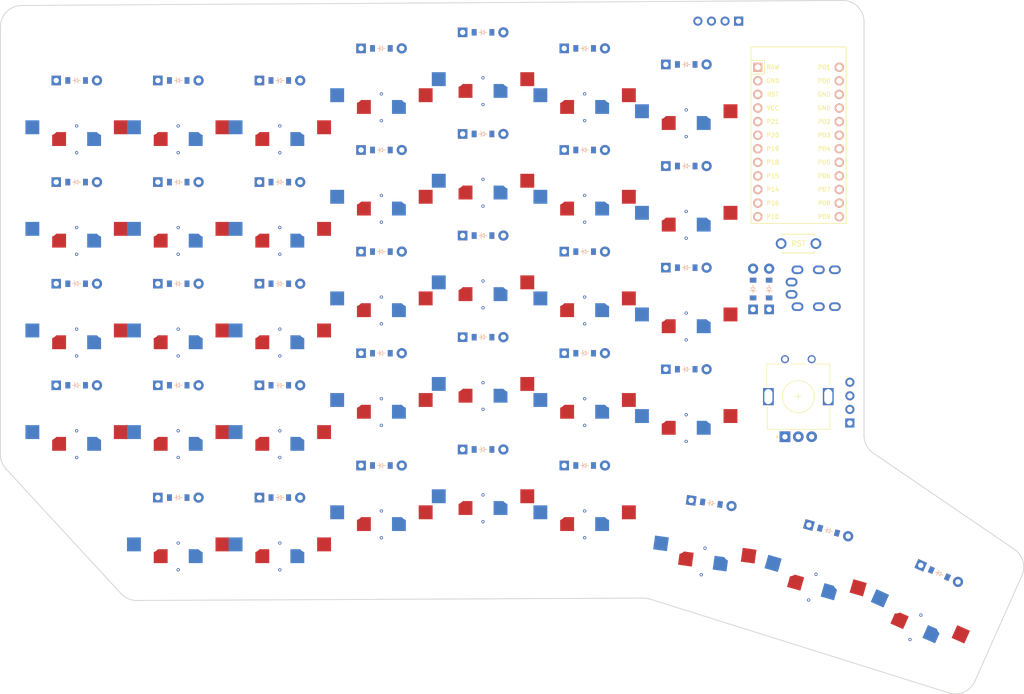
<source format=kicad_pcb>
(kicad_pcb (version 20240108) (generator "pcbnew") (generator_version "8.0")
  (title_block (title "main") (rev "v1.0.0") (company "Unknown"))
  (layers (0 "F.Cu" signal) (31 "B.Cu" signal) (34 "B.Paste" user) (35 "F.Paste" user) (36 "B.SilkS" user "B.Silkscreen") (37 "F.SilkS" user "F.Silkscreen") (38 "B.Mask" user) (39 "F.Mask" user) (44 "Edge.Cuts" user))
  (net 0 "")
  (net 1 "outer2_bottom")
  (net 2 "P10")
  (net 3 "outer2_home")
  (net 4 "P6")
  (net 5 "outer2_top")
  (net 6 "P5")
  (net 7 "outer2_numbers")
  (net 8 "P4")
  (net 9 "outer1_modifiers")
  (net 10 "P7")
  (net 11 "outer1_bottom")
  (net 12 "outer1_home")
  (net 13 "outer1_top")
  (net 14 "outer1_numbers")
  (net 15 "pinky_modifiers")
  (net 16 "pinky_bottom")
  (net 17 "pinky_home")
  (net 18 "pinky_top")
  (net 19 "pinky_numbers")
  (net 20 "ring_modifiers")
  (net 21 "ring_bottom")
  (net 22 "ring_home")
  (net 23 "ring_top")
  (net 24 "ring_numbers")
  (net 25 "middle_modifiers")
  (net 26 "middle_bottom")
  (net 27 "middle_home")
  (net 28 "middle_top")
  (net 29 "middle_numbers")
  (net 30 "index_modifiers")
  (net 31 "index_bottom")
  (net 32 "index_home")
  (net 33 "index_top")
  (net 34 "index_numbers")
  (net 35 "inner1_bottom")
  (net 36 "inner1_home")
  (net 37 "inner1_top")
  (net 38 "inner1_numbers")
  (net 39 "inner1_thumbrow")
  (net 40 "thumb1_thumbrow")
  (net 41 "thumb2_thumbrow")
  (net 42 "P16")
  (net 43 "P14")
  (net 44 "P15")
  (net 45 "P18")
  (net 46 "P19")
  (net 47 "P20")
  (net 48 "P21")
  (net 49 "P8")
  (net 50 "RAW")
  (net 51 "GND")
  (net 52 "RST")
  (net 53 "VCC")
  (net 54 "P1")
  (net 55 "P0")
  (net 56 "P2")
  (net 57 "P3")
  (net 58 "P9")
  (footprint "VIA-0.6mm" (layer "F.Cu") (at 126.5 178)
    (property "Reference" "REF**" (hide yes))
    (property "Value" "VIA-0.6mm" (hide yes))
    (pad "1" thru_hole circle (at 0 0) (size 0.6 0.6) (drill 0.3) (layers "*.Cu") (net 9 "outer1_modifiers"))
  )
  (footprint "VIA-0.6mm" (layer "F.Cu") (at 183.5 96)
    (property "Reference" "REF**" (hide yes))
    (property "Value" "VIA-0.6mm" (hide yes))
    (pad "1" thru_hole circle (at 0 0) (size 0.6 0.6) (drill 0.3) (layers "*.Cu") (net 46 "P19"))
  )
  (footprint "ceoloide:mounting_hole_npth" (layer "F.Cu") (at 202.5 159)
    (property "Reference" "MH4" (hide yes))
    (property "Value" "")
    (pad "" np_thru_hole circle (at 0 0) (size 2.2 2.2) (drill 2.2) (layers "*.Cu" "*.Mask"))
  )
  (footprint "VIA-0.6mm" (layer "F.Cu") (at 126.5 100)
    (property "Reference" "REF**" (hide yes))
    (property "Value" "VIA-0.6mm" (hide yes))
    (pad "1" thru_hole circle (at 0 0) (size 0.6 0.6) (drill 0.3) (layers "*.Cu") (net 14 "outer1_numbers"))
  )
  (footprint "PG1350" (layer "F.Cu") (at 202.5 147.5 180)
    (property "Reference" "S26" (hide yes))
    (property "Value" "" (hide yes))
    (pad "" np_thru_hole circle (at -5.5 0) (size 1.7018 1.7018) (drill 1.7018) (layers "*.Cu" "*.Mask"))
    (pad "" np_thru_hole circle (at -5 -3.75) (size 3 3) (drill 3) (layers "*.Cu" "*.Mask"))
    (pad "" np_thru_hole circle (at 0 -5.95) (size 3 3) (drill 3) (layers "*.Cu" "*.Mask"))
    (pad "" np_thru_hole circle (at 0 -5.95) (size 3 3) (drill 3) (layers "*.Cu" "*.Mask"))
    (pad "" np_thru_hole circle (at 0 0) (size 3.429 3.429) (drill 3.429) (layers "*.Cu" "*.Mask"))
    (pad "" np_thru_hole circle (at 5 -3.75) (size 3 3) (drill 3) (layers "*.Cu" "*.Mask"))
    (pad "" np_thru_hole circle (at 5.5 0) (size 1.7018 1.7018) (drill 1.7018) (layers "*.Cu" "*.Mask"))
    (pad "1" smd rect (at -3.275 -5.95 180) (size 2.6 2.6) (layers "B.Cu" "B.Paste" "B.Mask") (net 31 "index_bottom"))
    (pad "1" smd rect (at 3.275 -5.95 180) (size 2.6 2.6) (layers "F.Cu" "F.Paste" "F.Mask") (net 31 "index_bottom"))
    (pad "2" smd rect (at -8.275 -3.75 180) (size 2.6 2.6) (layers "F.Cu" "F.Paste" "F.Mask") (net 47 "P20"))
    (pad "2" smd rect (at 8.275 -3.75 180) (size 2.6 2.6) (layers "B.Cu" "B.Paste" "B.Mask") (net 47 "P20"))
  )
  (footprint "VIA-0.6mm" (layer "F.Cu") (at 164.5 172)
    (property "Reference" "REF**" (hide yes))
    (property "Value" "VIA-0.6mm" (hide yes))
    (pad "1" thru_hole circle (at 0 0) (size 0.6 0.6) (drill 0.3) (layers "*.Cu") (net 20 "ring_modifiers"))
  )
  (footprint "ComboDiode" (layer "F.Cu") (at 126.5 110.5)
    (property "Reference" "D8" (hide yes))
    (property "Value" "" (hide yes))
    (pad "1" thru_hole rect (at -3.81 0) (size 1.778 1.778) (drill 0.9906) (layers "*.Cu" "*.Mask") (net 6 "P5"))
    (pad "1" smd rect (at -1.65 0) (size 0.9 1.2) (layers "F.Cu" "F.Paste" "F.Mask") (net 6 "P5"))
    (pad "1" smd rect (at -1.65 0) (size 0.9 1.2) (layers "B.Cu" "B.Paste" "B.Mask") (net 6 "P5"))
    (pad "2" smd rect (at 1.65 0) (size 0.9 1.2) (layers "F.Cu" "F.Paste" "F.Mask") (net 13 "outer1_top"))
    (pad "2" smd rect (at 1.65 0) (size 0.9 1.2) (layers "B.Cu" "B.Paste" "B.Mask") (net 13 "outer1_top"))
    (pad "2" thru_hole circle (at 3.81 0) (size 1.905 1.905) (drill 0.9906) (layers "*.Cu" "*.Mask") (net 13 "outer1_top"))
  )
  (footprint "PG1350" (layer "F.Cu") (at 221.5 93.5 180)
    (property "Reference" "S33" (hide yes))
    (property "Value" "" (hide yes))
    (pad "" np_thru_hole circle (at -5.5 0) (size 1.7018 1.7018) (drill 1.7018) (layers "*.Cu" "*.Mask"))
    (pad "" np_thru_hole circle (at -5 -3.75) (size 3 3) (drill 3) (layers "*.Cu" "*.Mask"))
    (pad "" np_thru_hole circle (at 0 -5.95) (size 3 3) (drill 3) (layers "*.Cu" "*.Mask"))
    (pad "" np_thru_hole circle (at 0 -5.95) (size 3 3) (drill 3) (layers "*.Cu" "*.Mask"))
    (pad "" np_thru_hole circle (at 0 0) (size 3.429 3.429) (drill 3.429) (layers "*.Cu" "*.Mask"))
    (pad "" np_thru_hole circle (at 5 -3.75) (size 3 3) (drill 3) (layers "*.Cu" "*.Mask"))
    (pad "" np_thru_hole circle (at 5.5 0) (size 1.7018 1.7018) (drill 1.7018) (layers "*.Cu" "*.Mask"))
    (pad "1" smd rect (at -3.275 -5.95 180) (size 2.6 2.6) (layers "B.Cu" "B.Paste" "B.Mask") (net 38 "inner1_numbers"))
    (pad "1" smd rect (at 3.275 -5.95 180) (size 2.6 2.6) (layers "F.Cu" "F.Paste" "F.Mask") (net 38 "inner1_numbers"))
    (pad "2" smd rect (at -8.275 -3.75 180) (size 2.6 2.6) (layers "F.Cu" "F.Paste" "F.Mask") (net 48 "P21"))
    (pad "2" smd rect (at 8.275 -3.75 180) (size 2.6 2.6) (layers "B.Cu" "B.Paste" "B.Mask") (net 48 "P21"))
  )
  (footprint "PG1350" (layer "F.Cu") (at 221.5 150.5 180)
    (property "Reference" "S30" (hide yes))
    (property "Value" "" (hide yes))
    (pad "" np_thru_hole circle (at -5.5 0) (size 1.7018 1.7018) (drill 1.7018) (layers "*.Cu" "*.Mask"))
    (pad "" np_thru_hole circle (at -5 -3.75) (size 3 3) (drill 3) (layers "*.Cu" "*.Mask"))
    (pad "" np_thru_hole circle (at 0 -5.95) (size 3 3) (drill 3) (layers "*.Cu" "*.Mask"))
    (pad "" np_thru_hole circle (at 0 -5.95) (size 3 3) (drill 3) (layers "*.Cu" "*.Mask"))
    (pad "" np_thru_hole circle (at 0 0) (size 3.429 3.429) (drill 3.429) (layers "*.Cu" "*.Mask"))
    (pad "" np_thru_hole circle (at 5 -3.75) (size 3 3) (drill 3) (layers "*.Cu" "*.Mask"))
    (pad "" np_thru_hole circle (at 5.5 0) (size 1.7018 1.7018) (drill 1.7018) (layers "*.Cu" "*.Mask"))
    (pad "1" smd rect (at -3.275 -5.95 180) (size 2.6 2.6) (layers "B.Cu" "B.Paste" "B.Mask") (net 35 "inner1_bottom"))
    (pad "1" smd rect (at 3.275 -5.95 180) (size 2.6 2.6) (layers "F.Cu" "F.Paste" "F.Mask") (net 35 "inner1_bottom"))
    (pad "2" smd rect (at -8.275 -3.75 180) (size 2.6 2.6) (layers "F.Cu" "F.Paste" "F.Mask") (net 48 "P21"))
    (pad "2" smd rect (at 8.275 -3.75 180) (size 2.6 2.6) (layers "B.Cu" "B.Paste" "B.Mask") (net 48 "P21"))
  )
  (footprint "PG1350" (layer "F.Cu") (at 107.5 96.5 180)
    (property "Reference" "S4" (hide yes))
    (property "Value" "" (hide yes))
    (pad "" np_thru_hole circle (at -5.5 0) (size 1.7018 1.7018) (drill 1.7018) (layers "*.Cu" "*.Mask"))
    (pad "" np_thru_hole circle (at -5 -3.75) (size 3 3) (drill 3) (layers "*.Cu" "*.Mask"))
    (pad "" np_thru_hole circle (at 0 -5.95) (size 3 3) (drill 3) (layers "*.Cu" "*.Mask"))
    (pad "" np_thru_hole circle (at 0 -5.95) (size 3 3) (drill 3) (layers "*.Cu" "*.Mask"))
    (pad "" np_thru_hole circle (at 0 0) (size 3.429 3.429) (drill 3.429) (layers "*.Cu" "*.Mask"))
    (pad "" np_thru_hole circle (at 5 -3.75) (size 3 3) (drill 3) (layers "*.Cu" "*.Mask"))
    (pad "" np_thru_hole circle (at 5.5 0) (size 1.7018 1.7018) (drill 1.7018) (layers "*.Cu" "*.Mask"))
    (pad "1" smd rect (at -3.275 -5.95 180) (size 2.6 2.6) (layers "B.Cu" "B.Paste" "B.Mask") (net 7 "outer2_numbers"))
    (pad "1" smd rect (at 3.275 -5.95 180) (size 2.6 2.6) (layers "F.Cu" "F.Paste" "F.Mask") (net 7 "outer2_numbers"))
    (pad "2" smd rect (at -8.275 -3.75 180) (size 2.6 2.6) (layers "F.Cu" "F.Paste" "F.Mask") (net 42 "P16"))
    (pad "2" smd rect (at 8.275 -3.75 180) (size 2.6 2.6) (layers "B.Cu" "B.Paste" "B.Mask") (net 42 "P16"))
  )
  (footprint "ComboDiode" (layer "F.Cu") (at 126.5 169.5)
    (property "Reference" "D5" (hide yes))
    (property "Value" "" (hide yes))
    (pad "1" thru_hole rect (at -3.81 0) (size 1.778 1.778) (drill 0.9906) (layers "*.Cu" "*.Mask") (net 10 "P7"))
    (pad "1" smd rect (at -1.65 0) (size 0.9 1.2) (layers "F.Cu" "F.Paste" "F.Mask") (net 10 "P7"))
    (pad "1" smd rect (at -1.65 0) (size 0.9 1.2) (layers "B.Cu" "B.Paste" "B.Mask") (net 10 "P7"))
    (pad "2" smd rect (at 1.65 0) (size 0.9 1.2) (layers "F.Cu" "F.Paste" "F.Mask") (net 9 "outer1_modifiers"))
    (pad "2" smd rect (at 1.65 0) (size 0.9 1.2) (layers "B.Cu" "B.Paste" "B.Mask") (net 9 "outer1_modifiers"))
    (pad "2" thru_hole circle (at 3.81 0) (size 1.905 1.905) (drill 0.9906) (layers "*.Cu" "*.Mask") (net 9 "outer1_modifiers"))
  )
  (footprint "VIA-0.6mm" (layer "F.Cu") (at 107.5 143)
    (property "Reference" "REF**" (hide yes))
    (property "Value" "VIA-0.6mm" (hide yes))
    (pad "1" thru_hole circle (at 0 0) (size 0.6 0.6) (drill 0.3) (layers "*.Cu") (net 42 "P16"))
  )
  (footprint "PG1350" (layer "F.Cu") (at 202.5 168.5 180)
    (property "Reference" "S25" (hide yes))
    (property "Value" "" (hide yes))
    (pad "" np_thru_hole circle (at -5.5 0) (size 1.7018 1.7018) (drill 1.7018) (layers "*.Cu" "*.Mask"))
    (pad "" np_thru_hole circle (at -5 -3.75) (size 3 3) (drill 3) (layers "*.Cu" "*.Mask"))
    (pad "" np_thru_hole circle (at 0 -5.95) (size 3 3) (drill 3) (layers "*.Cu" "*.Mask"))
    (pad "" np_thru_hole circle (at 0 -5.95) (size 3 3) (drill 3) (layers "*.Cu" "*.Mask"))
    (pad "" np_thru_hole circle (at 0 0) (size 3.429 3.429) (drill 3.429) (layers "*.Cu" "*.Mask"))
    (pad "" np_thru_hole circle (at 5 -3.75) (size 3 3) (drill 3) (layers "*.Cu" "*.Mask"))
    (pad "" np_thru_hole circle (at 5.5 0) (size 1.7018 1.7018) (drill 1.7018) (layers "*.Cu" "*.Mask"))
    (pad "1" smd rect (at -3.275 -5.95 180) (size 2.6 2.6) (layers "B.Cu" "B.Paste" "B.Mask") (net 30 "index_modifiers"))
    (pad "1" smd rect (at 3.275 -5.95 180) (size 2.6 2.6) (layers "F.Cu" "F.Paste" "F.Mask") (net 30 "index_modifiers"))
    (pad "2" smd rect (at -8.275 -3.75 180) (size 2.6 2.6) (layers "F.Cu" "F.Paste" "F.Mask") (net 46 "P19"))
    (pad "2" smd rect (at 8.275 -3.75 180) (size 2.6 2.6) (layers "B.Cu" "B.Paste" "B.Mask") (net 46 "P19"))
  )
  (footprint "ComboDiode" (layer "F.Cu") (at 234 130.5 90)
    (property "Reference" "R11" (hide yes))
    (property "Value" "" (hide yes))
    (pad "1" thru_hole rect (at -3.81 0 90) (size 1.778 1.778) (drill 0.9906) (layers "*.Cu" "*.Mask") (net 53 "VCC"))
    (pad "1" smd rect (at -1.65 0 90) (size 0.9 1.2) (layers "F.Cu" "F.Paste" "F.Mask") (net 53 "VCC"))
    (pad "1" smd rect (at -1.65 0 90) (size 0.9 1.2) (layers "B.Cu" "B.Paste" "B.Mask") (net 53 "VCC"))
    (pad "2" smd rect (at 1.65 0 90) (size 0.9 1.2) (layers "F.Cu" "F.Paste" "F.Mask") (net 56 "P2"))
    (pad "2" smd rect (at 1.65 0 90) (size 0.9 1.2) (layers "B.Cu" "B.Paste" "B.Mask") (net 56 "P2"))
    (pad "2" thru_hole circle (at 3.81 0 90) (size 1.905 1.905) (drill 0.9906) (layers "*.Cu" "*.Mask") (net 56 "P2"))
  )
  (footprint "ComboDiode" (layer "F.Cu") (at 164.5 123.5)
    (property "Reference" "D17" (hide yes))
    (property "Value" "" (hide yes))
    (pad "1" thru_hole rect (at -3.81 0) (size 1.778 1.778) (drill 0.9906) (layers "*.Cu" "*.Mask") (net 4 "P6"))
    (pad "1" smd rect (at -1.65 0) (size 0.9 1.2) (layers "F.Cu" "F.Paste" "F.Mask") (net 4 "P6"))
    (pad "1" smd rect (at -1.65 0) (size 0.9 1.2) (layers "B.Cu" "B.Paste" "B.Mask") (net 4 "P6"))
    (pad "2" smd rect (at 1.65 0) (size 0.9 1.2) (layers "F.Cu" "F.Paste" "F.Mask") (net 22 "ring_home"))
    (pad "2" smd rect (at 1.65 0) (size 0.9 1.2) (layers "B.Cu" "B.Paste" "B.Mask") (net 22 "ring_home"))
    (pad "2" thru_hole circle (at 3.81 0) (size 1.905 1.905) (drill 0.9906) (layers "*.Cu" "*.Mask") (net 22 "ring_home"))
  )
  (footprint "PG1350" (layer "F.Cu") (at 107.5 115.5 180)
    (property "Reference" "S3" (hide yes))
    (property "Value" "" (hide yes))
    (pad "" np_thru_hole circle (at -5.5 0) (size 1.7018 1.7018) (drill 1.7018) (layers "*.Cu" "*.Mask"))
    (pad "" np_thru_hole circle (at -5 -3.75) (size 3 3) (drill 3) (layers "*.Cu" "*.Mask"))
    (pad "" np_thru_hole circle (at 0 -5.95) (size 3 3) (drill 3) (layers "*.Cu" "*.Mask"))
    (pad "" np_thru_hole circle (at 0 -5.95) (size 3 3) (drill 3) (layers "*.Cu" "*.Mask"))
    (pad "" np_thru_hole circle (at 0 0) (size 3.429 3.429) (drill 3.429) (layers "*.Cu" "*.Mask"))
    (pad "" np_thru_hole circle (at 5 -3.75) (size 3 3) (drill 3) (layers "*.Cu" "*.Mask"))
    (pad "" np_thru_hole circle (at 5.5 0) (size 1.7018 1.7018) (drill 1.7018) (layers "*.Cu" "*.Mask"))
    (pad "1" smd rect (at -3.275 -5.95 180) (size 2.6 2.6) (layers "B.Cu" "B.Paste" "B.Mask") (net 5 "outer2_top"))
    (pad "1" smd rect (at 3.275 -5.95 180) (size 2.6 2.6) (layers "F.Cu" "F.Paste" "F.Mask") (net 5 "outer2_top"))
    (pad "2" smd rect (at -8.275 -3.75 180) (size 2.6 2.6) (layers "F.Cu" "F.Paste" "F.Mask") (net 42 "P16"))
    (pad "2" smd rect (at 8.275 -3.75 180) (size 2.6 2.6) (layers "B.Cu" "B.Paste" "B.Mask") (net 42 "P16"))
  )
  (footprint "VIA-0.6mm" (layer "F.Cu") (at 202.5 113)
    (property "Reference" "REF**" (hide yes))
    (property "Value" "VIA-0.6mm" (hide yes))
    (pad "1" thru_hole circle (at 0 0) (size 0.6 0.6) (drill 0.3) (layers "*.Cu") (net 33 "index_top"))
  )
  (footprint "VIA-0.6mm" (layer "F.Cu") (at 126.5 162)
    (property "Reference" "REF**" (hide yes))
    (property "Value" "VIA-0.6mm" (hide yes))
    (pad "1" thru_hole circle (at 0 0) (size 0.6 0.6) (drill 0.3) (layers "*.Cu") (net 43 "P14"))
  )
  (footprint "ComboDiode" (layer "F.Cu") (at 226.195866 170.54866 -8)
    (property "Reference" "D34" (hide yes))
    (property "Value" "" (hide yes))
    (pad "1" thru_hole rect (at -3.81 -0.000001 352) (size 1.778 1.778) (drill 0.9906) (layers "*.Cu" "*.Mask") (net 10 "P7"))
    (pad "1" smd rect (at -1.65 0 352) (size 0.9 1.2) (layers "F.Cu" "F.Paste" "F.Mask") (net 10 "P7"))
    (pad "1" smd rect (at -1.65 0 352) (size 0.9 1.2) (layers "B.Cu" "B.Paste" "B.Mask") (net 10 "P7"))
    (pad "2" smd rect (at 1.65 0 352) (size 0.9 1.2) (layers "F.Cu" "F.Paste" "F.Mask") (net 39 "inner1_thumbrow"))
    (pad "2" smd rect (at 1.65 0 352) (size 0.9 1.2) (layers "B.Cu" "B.Paste" "B.Mask") (net 39 "inner1_thumbrow"))
    (pad "2" thru_hole circle (at 3.81 0.000001 352) (size 1.905 1.905) (drill 0.9906) (layers "*.Cu" "*.Mask") (net 39 "inner1_thumbrow"))
  )
  (footprint "VIA-0.6mm" (layer "F.Cu") (at 221.5 116)
    (property "Reference" "REF**" (hide yes))
    (property "Value" "VIA-0.6mm" (hide yes))
    (pad "1" thru_hole circle (at 0 0) (size 0.6 0.6) (drill 0.3) (layers "*.Cu") (net 37 "inner1_top"))
  )
  (footprint "PG1350" (layer "F.Cu") (at 183.5 106.5 180)
    (property "Reference" "S23" (hide yes))
    (property "Value" "" (hide yes))
    (pad "" np_thru_hole circle (at -5.5 0) (size 1.7018 1.7018) (drill 1.7018) (layers "*.Cu" "*.Mask"))
    (pad "" np_thru_hole circle (at -5 -3.75) (size 3 3) (drill 3) (layers "*.Cu" "*.Mask"))
    (pad "" np_thru_hole circle (at 0 -5.95) (size 3 3) (drill 3) (layers "*.Cu" "*.Mask"))
    (pad "" np_thru_hole circle (at 0 -5.95) (size 3 3) (drill 3) (layers "*.Cu" "*.Mask"))
    (pad "" np_thru_hole circle (at 0 0) (size 3.429 3.429) (drill 3.429) (layers "*.Cu" "*.Mask"))
    (pad "" np_thru_hole circle (at 5 -3.75) (size 3 3) (drill 3) (layers "*.Cu" "*.Mask"))
    (pad "" np_thru_hole circle (at 5.5 0) (size 1.7018 1.7018) (drill 1.7018) (layers "*.Cu" "*.Mask"))
    (pad "1" smd rect (at -3.275 -5.95 180) (size 2.6 2.6) (layers "B.Cu" "B.Paste" "B.Mask") (net 28 "middle_top"))
    (pad "1" smd rect (at 3.275 -5.95 180) (size 2.6 2.6) (layers "F.Cu" "F.Paste" "F.Mask") (net 28 "middle_top"))
    (pad "2" smd rect (at -8.275 -3.75 180) (size 2.6 2.6) (layers "F.Cu" "F.Paste" "F.Mask") (net 46 "P19"))
    (pad "2" smd rect (at 8.275 -3.75 180) (size 2.6 2.6) (layers "B.Cu" "B.Paste" "B.Mask") (net 46 "P19"))
  )
  (footprint "VIA-0.6mm" (layer "F.Cu") (at 126.5 143)
    (property "Reference" "REF**" (hide yes))
    (property "Value" "VIA-0.6mm" (hide yes))
    (pad "1" thru_hole circle (at 0 0) (size 0.6 0.6) (drill 0.3) (layers "*.Cu") (net 43 "P14"))
  )
  (footprint "ComboDiode" (layer "F.Cu") (at 126.5 148.5)
    (property "Reference" "D6" (hide yes))
    (property "Value" "" (hide yes))
    (pad "1" thru_hole rect (at -3.81 0) (size 1.778 1.778) (drill 0.9906) (layers "*.Cu" "*.Mask") (net 2 "P10"))
    (pad "1" smd rect (at -1.65 0) (size 0.9 1.2) (layers "F.Cu" "F.Paste" "F.Mask") (net 2 "P10"))
    (pad "1" smd rect (at -1.65 0) (size 0.9 1.2) (layers "B.Cu" "B.Paste" "B.Mask") (net 2 "P10"))
    (pad "2" smd rect (at 1.65 0) (size 0.9 1.2) (layers "F.Cu" "F.Paste" "F.Mask") (net 11 "outer1_bottom"))
    (pad "2" smd rect (at 1.65 0) (size 0.9 1.2) (layers "B.Cu" "B.Paste" "B.Mask") (net 11 "outer1_bottom"))
    (pad "2" thru_hole circle (at 3.81 0) (size 1.905 1.905) (drill 0.9906) (layers "*.Cu" "*.Mask") (net 11 "outer1_bottom"))
  )
  (footprint "PG1350" (layer "F.Cu") (at 145.5 153.5 180)
    (property "Reference" "S11" (hide yes))
    (property "Value" "" (hide yes))
    (pad "" np_thru_hole circle (at -5.5 0) (size 1.7018 1.7018) (drill 1.7018) (layers "*.Cu" "*.Mask"))
    (pad "" np_thru_hole circle (at -5 -3.75) (size 3 3) (drill 3) (layers "*.Cu" "*.Mask"))
    (pad "" np_thru_hole circle (at 0 -5.95) (size 3 3) (drill 3) (layers "*.Cu" "*.Mask"))
    (pad "" np_thru_hole circle (at 0 -5.95) (size 3 3) (drill 3) (layers "*.Cu" "*.Mask"))
    (pad "" np_thru_hole circle (at 0 0) (size 3.429 3.429) (drill 3.429) (layers "*.Cu" "*.Mask"))
    (pad "" np_thru_hole circle (at 5 -3.75) (size 3 3) (drill 3) (layers "*.Cu" "*.Mask"))
    (pad "" np_thru_hole circle (at 5.5 0) (size 1.7018 1.7018) (drill 1.7018) (layers "*.Cu" "*.Mask"))
    (pad "1" smd rect (at -3.275 -5.95 180) (size 2.6 2.6) (layers "B.Cu" "B.Paste" "B.Mask") (net 16 "pinky_bottom"))
    (pad "1" smd rect (at 3.275 -5.95 180) (size 2.6 2.6) (layers "F.Cu" "F.Paste" "F.Mask") (net 16 "pinky_bottom"))
    (pad "2" smd rect (at -8.275 -3.75 180) (size 2.6 2.6) (layers "F.Cu" "F.Paste" "F.Mask") (net 44 "P15"))
    (pad "2" smd rect (at 8.275 -3.75 180) (size 2.6 2.6) (layers "B.Cu" "B.Paste" "B.Mask") (net 44 "P15"))
  )
  (footprint "VIA-0.6mm" (layer "F.Cu") (at 245.769892 183.848748 -16)
    (property "Reference" "REF**" (hide yes))
    (property "Value" "VIA-0.6mm" (hide yes))
    (pad "1" thru_hole circle (at 0 0) (size 0.6 0.6) (drill 0.3) (layers "*.Cu") (net 40 "thumb1_thumbrow"))
  )
  (footprint "PG1350" (layer "F.Cu") (at 126.5 153.5 180)
    (property "Reference" "S6" (hide yes))
    (property "Value" "" (hide yes))
    (pad "" np_thru_hole circle (at -5.5 0) (size 1.7018 1.7018) (drill 1.7018) (layers "*.Cu" "*.Mask"))
    (pad "" np_thru_hole circle (at -5 -3.75) (size 3 3) (drill 3) (layers "*.Cu" "*.Mask"))
    (pad "" np_thru_hole circle (at 0 -5.95) (size 3 3) (drill 3) (layers "*.Cu" "*.Mask"))
    (pad "" np_thru_hole circle (at 0 -5.95) (size 3 3) (drill 3) (layers "*.Cu" "*.Mask"))
    (pad "" np_thru_hole circle (at 0 0) (size 3.429 3.429) (drill 3.429) (layers "*.Cu" "*.Mask"))
    (pad "" np_thru_hole circle (at 5 -3.75) (size 3 3) (drill 3) (layers "*.Cu" "*.Mask"))
    (pad "" np_thru_hole circle (at 5.5 0) (size 1.7018 1.7018) (drill 1.7018) (layers "*.Cu" "*.Mask"))
    (pad "1" smd rect (at -3.275 -5.95 180) (size 2.6 2.6) (layers "B.Cu" "B.Paste" "B.Mask") (net 11 "outer1_bottom"))
    (pad "1" smd rect (at 3.275 -5.95 180) (size 2.6 2.6) (layers "F.Cu" "F.Paste" "F.Mask") (net 11 "outer1_bottom"))
    (pad "2" smd rect (at -8.275 -3.75 180) (size 2.6 2.6) (layers "F.Cu" "F.Paste" "F.Mask") (net 43 "P14"))
    (pad "2" smd rect (at 8.275 -3.75 180) (size 2.6 2.6) (layers "B.Cu" "B.Paste" "B.Mask") (net 43 "P14"))
  )
  (footprint "PG1350" (layer "F.Cu") (at 183.5 87.5 180)
    (property "Reference" "S24" (hide yes))
    (property "Value" "" (hide yes))
    (pad "" np_thru_hole circle (at -5.5 0) (size 1.7018 1.7018) (drill 1.7018) (layers "*.Cu" "*.Mask"))
    (pad "" np_thru_hole circle (at -5 -3.75) (size 3 3) (drill 3) (layers "*.Cu" "*.Mask"))
    (pad "" np_thru_hole circle (at 0 -5.95) (size 3 3) (drill 3) (layers "*.Cu" "*.Mask"))
    (pad "" np_thru_hole circle (at 0 -5.95) (size 3 3) (drill 3) (layers "*.Cu" "*.Mask"))
    (pad "" np_thru_hole circle (at 0 0) (size 3.429 3.429) (drill 3.429) (layers "*.Cu" "*.Mask"))
    (pad "" np_thru_hole circle (at 5 -3.75) (size 3 3) (drill 3) (layers "*.Cu" "*.Mask"))
    (pad "" np_thru_hole circle (at 5.5 0) (size 1.7018 1.7018) (drill 1.7018) (layers "*.Cu" "*.Mask"))
    (pad "1" smd rect (at -3.275 -5.95 180) (size 2.6 2.6) (layers "B.Cu" "B.Paste" "B.Mask") (net 29 "middle_numbers"))
    (pad "1" smd rect (at 3.275 -5.95 180) (size 2.6 2.6) (layers "F.Cu" "F.Paste" "F.Mask") (net 29 "middle_numbers"))
    (pad "2" smd rect (at -8.275 -3.75 180) (size 2.6 2.6) (layers "F.Cu" "F.Paste" "F.Mask") (net 46 "P19"))
    (pad "2" smd rect (at 8.275 -3.75 180) (size 2.6 2.6) (layers "B.Cu" "B.Paste" "B.Mask") (net 46 "P19"))
  )
  (footprint "ComboDiode" (layer "F.Cu") (at 107.5 148.5)
    (property "Reference" "D1" (hide yes))
    (property "Value" "" (hide yes))
    (pad "1" thru_hole rect (at -3.81 0) (size 1.778 1.778) (drill 0.9906) (layers "*.Cu" "*.Mask") (net 2 "P10"))
    (pad "1" smd rect (at -1.65 0) (size 0.9 1.2) (layers "F.Cu" "F.Paste" "F.Mask") (net 2 "P10"))
    (pad "1" smd rect (at -1.65 0) (size 0.9 1.2) (layers "B.Cu" "B.Paste" "B.Mask") (net 2 "P10"))
    (pad "2" smd rect (at 1.65 0) (size 0.9 1.2) (layers "F.Cu" "F.Paste" "F.Mask") (net 1 "outer2_bottom"))
    (pad "2" smd rect (at 1.65 0) (size 0.9 1.2) (layers "B.Cu" "B.Paste" "B.Mask") (net 1 "outer2_bottom"))
    (pad "2" thru_hole circle (at 3.81 0) (size 1.905 1.905) (drill 0.9906) (layers "*.Cu" "*.Mask") (net 1 "outer2_bottom"))
  )
  (footprint "VIA-0.6mm" (layer "F.Cu") (at 107.5 124)
    (property "Reference" "REF**" (hide yes))
    (property "Value" "VIA-0.6mm" (hide yes))
    (pad "1" thru_hole circle (at 0 0) (size 0.6 0.6) (drill 0.3) (layers "*.Cu") (net 42 "P16"))
  )
  (footprint "VIA-0.6mm" (layer "F.Cu") (at 145.5 138)
    (property "Reference" "REF**" (hide yes))
    (property "Value" "VIA-0.6mm" (hide yes))
    (pad "1" thru_hole circle (at 0 0) (size 0.6 0.6) (drill 0.3) (layers "*.Cu") (net 17 "pinky_home"))
  )
  (footprint "ComboDiode" (layer "F.Cu") (at 126.5 129.5)
    (property "Reference" "D7" (hide yes))
    (property "Value" "" (hide yes))
    (pad "1" thru_hole rect (at -3.81 0) (size 1.778 1.778) (drill 0.9906) (layers "*.Cu" "*.Mask") (net 4 "P6"))
    (pad "1" smd rect (at -1.65 0) (size 0.9 1.2) (layers "F.Cu" "F.Paste" "F.Mask") (net 4 "P6"))
    (pad "1" smd rect (at -1.65 0) (size 0.9 1.2) (layers "B.Cu" "B.Paste" "B.Mask") (net 4 "P6"))
    (pad "2" smd rect (at 1.65 0) (size 0.9 1.2) (layers "F.Cu" "F.Paste" "F.Mask") (net 12 "outer1_home"))
    (pad "2" smd rect (at 1.65 0) (size 0.9 1.2) (layers "B.Cu" "B.Paste" "B.Mask") (net 12 "outer1_home"))
    (pad "2" thru_hole circle (at 3.81 0) (size 1.905 1.905) (drill 0.9906) (layers "*.Cu" "*.Mask") (net 12 "outer1_home"))
  )
  (footprint "VIA-0.6mm" (layer "F.Cu") (at 164.5 113)
    (property "Reference" "REF**" (hide yes))
    (property "Value" "VIA-0.6mm" (hide yes))
    (pad "1" thru_hole circle (at 0 0) (size 0.6 0.6) (drill 0.3) (layers "*.Cu") (net 23 "ring_top"))
  )
  (footprint "VIA-0.6mm" (layer "F.Cu") (at 224.317029 183.917279 -8)
    (property "Reference" "REF**" (hide yes))
    (property "Value" "VIA-0.6mm" (hide yes))
    (pad "1" thru_hole circle (at 0 0) (size 0.6 0.6) (drill 0.3) (layers "*.Cu") (net 47 "P20"))
  )
  (footprint "PG1350" (layer "F.Cu") (at 145.5 174.5 180)
    (property "Reference" "S10" (hide yes))
    (property "Value" "" (hide yes))
    (pad "" np_thru_hole circle (at -5.5 0) (size 1.7018 1.7018) (drill 1.7018) (layers "*.Cu" "*.Mask"))
    (pad "" np_thru_hole circle (at -5 -3.75) (size 3 3) (drill 3) (layers "*.Cu" "*.Mask"))
    (pad "" np_thru_hole circle (at 0 -5.95) (size 3 3) (drill 3) (layers "*.Cu" "*.Mask"))
    (pad "" np_thru_hole circle (at 0 -5.95) (size 3 3) (drill 3) (layers "*.Cu" "*.Mask"))
    (pad "" np_thru_hole circle (at 0 0) (size 3.429 3.429) (drill 3.429) (layers "*.Cu" "*.Mask"))
    (pad "" np_thru_hole circle (at 5 -3.75) (size 3 3) (drill 3) (layers "*.Cu" "*.Mask"))
    (pad "" np_thru_hole circle (at 5.5 0) (size 1.7018 1.7018) (drill 1.7018) (layers "*.Cu" "*.Mask"))
    (pad "1" smd rect (at -3.275 -5.95 180) (size 2.6 2.6) (layers "B.Cu" "B.Paste" "B.Mask") (net 15 "pinky_modifiers"))
    (pad "1" smd rect (at 3.275 -5.95 180) (size 2.6 2.6) (layers "F.Cu" "F.Paste" "F.Mask") (net 15 "pinky_modifiers"))
    (pad "2" smd rect (at -8.275 -3.75 180) (size 2.6 2.6) (layers "F.Cu" "F.Paste" "F.Mask") (net 43 "P14"))
    (pad "2" smd rect (at 8.275 -3.75 180) (size 2.6 2.6) (layers "B.Cu" "B.Paste" "B.Mask") (net 43 "P14"))
  )
  (footprint "ComboDiode" (layer "F.Cu") (at 164.5 104.5)
    (property "Reference" "D18" (hide yes))
    (property "Value" "" (hide yes))
    (pad "1" thru_hole rect (at -3.81 0) (size 1.778 1.778) (drill 0.9906) (layers "*.Cu" "*.Mask") (net 6 "P5"))
    (pad "1" smd rect (at -1.65 0) (size 0.9 1.2) (layers "F.Cu" "F.Paste" "F.Mask") (net 6 "P5"))
    (pad "1" smd rect (at -1.65 0) (size 0.9 1.2) (layers "B.Cu" "B.Paste" "B.Mask") (net 6 "P5"))
    (pad "2" smd rect (at 1.65 0) (size 0.9 1.2) (layers "F.Cu" "F.Paste" "F.Mask") (net 23 "ring_top"))
    (pad "2" smd rect (at 1.65 0) (size 0.9 1.2) (layers "B.Cu" "B.Paste" "B.Mask") (net 23 "ring_top"))
    (pad "2" thru_hole circle (at 3.81 0) (size 1.905 1.905) (drill 0.9906) (layers "*.Cu" "*.Mask") (net 23 "ring_top"))
  )
  (footprint "VIA-0.6mm" (layer "F.Cu") (at 145.5 105)
    (property "Reference" "REF**" (hide yes))
    (property "Value" "VIA-0.6mm" (hide yes))
    (pad "1" thru_hole circle (at 0 0) (size 0.6 0.6) (drill 0.3) (layers "*.Cu") (net 44 "P15"))
  )
  (footprint "ceoloide:mounting_hole_npth" (layer "F.Cu") (at 212 103)
    (property "Reference" "MH2" (hide yes))
    (property "Value" "")
    (pad "" np_thru_hole circle (at 0 0) (size 2.2 2.2) (drill 2.2) (layers "*.Cu" "*.Mask"))
  )
  (footprint "VIA-0.6mm" (layer "F.Cu") (at 202.5 177)
    (property "Reference" "REF**" (hide yes))
    (property "Value" "VIA-0.6mm" (hide yes))
    (pad "1" thru_hole circle (at 0 0) (size 0.6 0.6) (drill 0.3) (layers "*.Cu") (net 46 "P19"))
  )
  (footprint "VIA-0.6mm" (layer "F.Cu") (at 202.5 99)
    (property "Reference" "REF**" (hide yes))
    (property "Value" "VIA-0.6mm" (hide yes))
    (pad "1" thru_hole circle (at 0 0) (size 0.6 0.6) (drill 0.3) (layers "*.Cu") (net 47 "P20"))
  )
  (footprint "VIA-0.6mm" (layer "F.Cu") (at 183.5 174)
    (property "Reference" "REF**" (hide yes))
    (property "Value" "VIA-0.6mm" (hide yes))
    (pad "1" thru_hole circle (at 0 0) (size 0.6 0.6) (drill 0.3) (layers "*.Cu") (net 45 "P18"))
  )
  (footprint "PG1350" (layer "F.Cu") (at 107.5 153.5 180)
    (property "Reference" "S1" (hide yes))
    (property "Value" "" (hide yes))
    (pad "" np_thru_hole circle (at -5.5 0) (size 1.7018 1.7018) (drill 1.7018) (layers "*.Cu" "*.Mask"))
    (pad "" np_thru_hole circle (at -5 -3.75) (size 3 3) (drill 3) (layers "*.Cu" "*.Mask"))
    (pad "" np_thru_hole circle (at 0 -5.95) (size 3 3) (drill 3) (layers "*.Cu" "*.Mask"))
    (pad "" np_thru_hole circle (at 0 -5.95) (size 3 3) (drill 3) (layers "*.Cu" "*.Mask"))
    (pad "" np_thru_hole circle (at 0 0) (size 3.429 3.429) (drill 3.429) (layers "*.Cu" "*.Mask"))
    (pad "" np_thru_hole circle (at 5 -3.75) (size 3 3) (drill 3) (layers "*.Cu" "*.Mask"))
    (pad "" np_thru_hole circle (at 5.5 0) (size 1.7018 1.7018) (drill 1.7018) (layers "*.Cu" "*.Mask"))
    (pad "1" smd rect (at -3.275 -5.95 180) (size 2.6 2.6) (layers "B.Cu" "B.Paste" "B.Mask") (net 1 "outer2_bottom"))
    (pad "1" smd rect (at 3.275 -5.95 180) (size 2.6 2.6) (layers "F.Cu" "F.Paste" "F.Mask") (net 1 "outer2_bottom"))
    (pad "2" smd rect (at -8.275 -3.75 180) (size 2.6 2.6) (layers "F.Cu" "F.Paste" "F.Mask") (net 42 "P16"))
    (pad "2" smd rect (at 8.275 -3.75 180) (size 2.6 2.6) (layers "B.Cu" "B.Paste" "B.Mask") (net 42 "P16"))
  )
  (footprint "PG1350" (layer "F.Cu") (at 183.5 165.5 180)
    (property "Reference" "S20" (hide yes))
    (property "Value" "" (hide yes))
    (pad "" np_thru_hole circle (at -5.5 0) (size 1.7018 1.7018) (drill 1.7018) (layers "*.Cu" "*.Mask"))
    (pad "" np_thru_hole circle (at -5 -3.75) (size 3 3) (drill 3) (layers "*.Cu" "*.Mask"))
    (pad "" np_thru_hole circle (at 0 -5.95) (size 3 3) (drill 3) (layers "*.Cu" "*.Mask"))
    (pad "" np_thru_hole circle (at 0 -5.95) (size 3 3) (drill 3) (layers "*.Cu" "*.Mask"))
    (pad "" np_thru_hole circle (at 0 0) (size 3.429 3.429) (drill 3.429) (layers "*.Cu" "*.Mask"))
    (pad "" np_thru_hole circle (at 5 -3.75) (size 3 3) (drill 3) (layers "*.Cu" "*.Mask"))
    (pad "" np_thru_hole circle (at 5.5 0) (size 1.7018 1.7018) (drill 1.7018) (layers "*.Cu" "*.Mask"))
    (pad "1" smd rect (at -3.275 -5.95 180) (size 2.6 2.6) (layers "B.Cu" "B.Paste" "B.Mask") (net 25 "middle_modifiers"))
    (pad "1" smd rect (at 3.275 -5.95 180) (size 2.6 2.6) (layers "F.Cu" "F.Paste" "F.Mask") (net 25 "middle_modifiers"))
    (pad "2" smd rect (at -8.275 -3.75 180) (size 2.6 2.6) (layers "F.Cu" "F.Paste" "F.Mask") (net 45 "P18"))
    (pad "2" smd rect (at 8.275 -3.75 180) (size 2.6 2.6) (layers "B.Cu" "B.Paste" "B.Mask") (net 45 "P18"))
  )
  (footprint "VIA-0.6mm" (layer "F.Cu") (at 164.5 118)
    (property "Reference" "REF**" (hide yes))
    (property "Value" "VIA-0.6mm" (hide yes))
    (pad "1" thru_hole circle (at 0 0) (size 0.6 0.6) (drill 0.3) (layers "*.Cu") (net 45 "P18"))
  )
  (footprint "PG1350" (layer "F.Cu") (at 145.5 134.5 180)
    (property "Reference" "S12" (hide yes))
    (property "Value" "" (hide yes))
    (pad "" np_thru_hole circle (at -5.5 0) (size 1.7018 1.7018) (drill 1.7018) (layers "*.Cu" "*.Mask"))
    (pad "" np_thru_hole circle (at -5 -3.75) (size 3 3) (drill 3) (layers "*.Cu" "*.Mask"))
    (pad "" np_thru_hole circle (at 0 -5.95) (size 3 3) (drill 3) (layers "*.Cu" "*.Mask"))
    (pad "" np_thru_hole circle (at 0 -5.95) (size 3 3) (drill 3) (layers "*.Cu" "*.Mask"))
    (pad "" np_thru_hole circle (at 0 0) (size 3.429 3.429) (drill 3.429) (layers "*.Cu" "*.Mask"))
    (pad "" np_thru_hole circle (at 5 -3.75) (size 3 3) (drill 3) (layers "*.Cu" "*.Mask"))
    (pad "" np_thru_hole circle (at 5.5 0) (size 1.7018 1.7018) (drill 1.7018) (layers "*.Cu" "*.Mask"))
    (pad "1" smd rect (at -3.275 -5.95 180) (size 2.6 2.6) (layers "B.Cu" "B.Paste" "B.Mask") (net 17 "pinky_home"))
    (pad "1" smd rect (at 3.275 -5.95 180) (size 2.6 2.6) (layers "F.Cu" "F.Paste" "F.Mask") (net 17 "pinky_home"))
    (pad "2" smd rect (at -8.275 -3.75 180) (size 2.6 2.6) (layers "F.Cu" "F.Paste" "F.Mask") (net 44 "P15"))
    (pad "2" smd rect (at 8.275 -3.75 180) (size 2.6 2.6) (layers "B.Cu" "B.Paste" "B.Mask") (net 44 "P15"))
  )
  (footprint "VIA-0.6mm" (layer "F.Cu") (at 265.38313 191.477421 -24)
    (property "Reference" "REF**" (hide yes))
    (property "Value" "VIA-0.6mm" (hide yes))
    (pad "1" thru_hole circle (at 0 0) (size 0.6 0.6) (drill 0.3) (layers "*.Cu") (net 41 "thumb2_thumbrow"))
  )
  (footprint "PG1350" (layer "F.Cu") (at 202.5 90.5 180)
    (property "Reference" "S29" (hide yes))
    (property "Value" "" (hide yes))
    (pad "" np_thru_hole circle (at -5.5 0) (size 1.7018 1.7018) (drill 1.7018) (layers "*.Cu" "*.Mask"))
    (pad "" np_thru_hole circle (at -5 -3.75) (size 3 3) (drill 3) (layers "*.Cu" "*.Mask"))
    (pad "" np_thru_hole circle (at 0 -5.95) (size 3 3) (drill 3) (layers "*.Cu" "*.Mask"))
    (pad "" np_thru_hole circle (at 0 -5.95) (size 3 3) (drill 3) (layers "*.Cu" "*.Mask"))
    (pad "" np_thru_hole circle (at 0 0) (size 3.429 3.429) (drill 3.429) (layers "*.Cu" "*.Mask"))
    (pad "" np_thru_hole circle (at 5 -3.75) (size 3 3) (drill 3) (layers "*.Cu" "*.Mask"))
    (pad "" np_thru_hole circle (at 5.5 0) (size 1.7018 1.7018) (drill 1.7018) (layers "*.Cu" "*.Mask"))
    (pad "1" smd rect (at -3.275 -5.95 180) (size 2.6 2.6) (layers "B.Cu" "B.Paste" "B.Mask") (net 34 "index_numbers"))
    (pad "1" smd rect (at 3.275 -5.95 180) (size 2.6 2.6) (layers "F.Cu" "F.Paste" "F.Mask") (net 34 "index_numbers"))
    (pad "2" smd rect (at -8.275 -3.75 180) (size 2.6 2.6) (layers "F.Cu" "F.Paste" "F.Mask") (net 47 "P20"))
    (pad "2" smd rect (at 8.275 -3.75 180) (size 2.6 2.6) (layers "B.Cu" "B.Paste" "B.Mask") (net 47 "P20"))
  )
  (footprint "VIA-0.6mm" (layer "F.Cu") (at 183.5 134)
    (property "Reference" "REF**" (hide yes))
    (property "Value" "VIA-0.6mm" (hide yes))
    (pad "1" thru_hole circle (at 0 0) (size 0.6 0.6) (drill 0.3) (layers "*.Cu") (net 46 "P19"))
  )
  (footprint "VIA-0.6mm" (layer "F.Cu") (at 221.5 102)
    (property "Reference" "REF**" (hide yes))
    (property "Value" "VIA-0.6mm" (hide yes))
    (pad "1" thru_hole circle (at 0 0) (size 0.6 0.6) (drill 0.3) (layers "*.Cu") (net 48 "P21"))
  )
  (footprint "VIA-0.6mm" (layer "F.Cu") (at 126.5 105)
    (property "Reference" "REF**" (hide yes))
    (property "Value" "VIA-0.6mm" (hide yes))
    (pad "1" thru_hole circle (at 0 0) (size 0.6 0.6) (drill 0.3) (layers "*.Cu") (net 43 "P14"))
  )
  (footprint "VIA-0.6mm" (layer "F.Cu") (at 145.5 119)
    (property "Reference" "REF**" (hide yes))
    (property "Value" "VIA-0.6mm" (hide yes))
    (pad "1" thru_hole circle (at 0 0) (size 0.6 0.6) (drill 0.3) (layers "*.Cu") (net 18 "pinky_top"))
  )
  (footprint "PG1350" (layer "F.Cu") (at 164.5 128.5 180)
    (property "Reference" "S17" (hide yes))
    (property "Value" "" (hide yes))
    (pad "" np_thru_hole circle (at -5.5 0) (size 1.7018 1.7018) (drill 1.7018) (layers "*.Cu" "*.Mask"))
    (pad "" np_thru_hole circle (at -5 -3.75) (size 3 3) (drill 3) (layers "*.Cu" "*.Mask"))
    (pad "" np_thru_hole circle (at 0 -5.95) (size 3 3) (drill 3) (layers "*.Cu" "*.Mask"))
    (pad "" np_thru_hole circle (at 0 -5.95) (size 3 3) (drill 3) (layers "*.Cu" "*.Mask"))
    (pad "" np_thru_hole circle (at 0 0) (size 3.429 3.429) (drill 3.429) (layers "*.Cu" "*.Mask"))
    (pad "" np_thru_hole circle (at 5 -3.75) (size 3 3) (drill 3) (layers "*.Cu" "*.Mask"))
    (pad "" np_thru_hole circle (at 5.5 0) (size 1.7018 1.7018) (drill 1.7018) (layers "*.Cu" "*.Mask"))
    (pad "1" smd rect (at -3.275 -5.95 180) (size 2.6 2.6) (layers "B.Cu" "B.Paste" "B.Mask") (net 22 "ring_home"))
    (pad "1" smd rect (at 3.275 -5.95 180) (size 2.6 2.6) (layers "F.Cu" "F.Paste" "F.Mask") (net 22 "ring_home"))
    (pad "2" smd rect (at -8.275 -3.75 180) (size 2.6 2.6) (layers "F.Cu" "F.Paste" "F.Mask") (net 45 "P18"))
    (pad "2" smd rect (at 8.275 -3.75 180) (size 2.6 2.6) (layers "B.Cu" "B.Paste" "B.Mask") (net 45 "P18"))
  )
  (footprint "VIA-0.6mm" (layer "F.Cu") (at 164.5 132)
    (property "Reference" "REF**" (hide yes))
    (property "Value" "VIA-0.6mm" (hide yes))
    (pad "1" thru_hole circle (at 0 0) (size 0.6 0.6) (drill 0.3) (layers "*.Cu") (net 22 "ring_home"))
  )
  (footprint "VIA-0.6mm" (layer "F.Cu") (at 145.5 162)
    (property "Reference" "REF**" (hide yes))
    (property "Value" "VIA-0.6mm" (hide yes))
    (pad "1" thru_hole circle (at 0 0) (size 0.6 0.6) (drill 0.3) (layers "*.Cu") (net 44 "P15"))
  )
  (footprint "VIA-0.6mm" (layer "F.Cu") (at 164.5 156)
    (property "Reference" "REF**" (hide yes))
    (property "Value" "VIA-0.6mm" (hide yes))
    (pad "1" thru_hole circle (at 0 0) (size 0.6 0.6) (drill 0.3) (layers "*.Cu") (net 45 "P18"))
  )
  (footprint "VIA-0.6mm" (layer "F.Cu") (at 126.5 124)
    (property "Reference" "REF**" (hide yes))
    (property "Value" "VIA-0.6mm" (hide yes))
    (pad "1" thru_hole circle (at 0 0) (size 0.6 0.6) (drill 0.3) (layers "*.Cu") (net 43 "P14"))
  )
  (footprint "ComboDiode" (layer "F.Cu") (at 107.5 91.5)
    (property "Reference" "D4" (hide yes))
    (property "Value" "" (hide yes))
    (pad "1" thru_hole rect (at -3.81 0) (size 1.778 1.778) (drill 0.9906) (layers "*.Cu" "*.Mask") (net 8 "P4"))
    (pad "1" smd rect (at -1.65 0) (size 0.9 1.2) (layers "F.Cu" "F.Paste" "F.Mask") (net 8 "P4"))
    (pad "1" smd rect (at -1.65 0) (size 0.9 1.2) (layers "B.Cu" "B.Paste" "B.Mask") (net 8 "P4"))
    (pad "2" smd rect (at 1.65 0) (size 0.9 1.2) (layers "F.Cu" "F.Paste" "F.Mask") (net 7 "outer2_numbers"))
    (pad "2" smd rect (at 1.65 0) (size 0.9 1.2) (layers "B.Cu" "B.Paste" "B.Mask") (net 7 "outer2_numbers"))
    (pad "2" thru_hole circle (at 3.81 0) (size 1.905 1.905) (drill 0.9906) (layers "*.Cu" "*.Mask") (net 7 "outer2_numbers"))
  )
  (footprint "PG1350" (layer "F.Cu") (at 246.734623 180.484332 164)
    (property "Reference" "S35" (hide yes))
    (property "Value" "" (hide yes))
    (pad "" np_thru_hole circle (at -5.5 0) (size 1.7018 1.7018) (drill 1.7018) (layers "*.Cu" "*.Mask"))
    (pad "" np_thru_hole circle (at -5 -3.75) (size 3 3) (drill 3) (layers "*.Cu" "*.Mask"))
    (pad "" np_thru_hole circle (at 0 -5.95) (size 3 3) (drill 3) (layers "*.Cu" "*.Mask"))
    (pad "" np_thru_hole circle (at 0 -5.95) (size 3 3) (drill 3) (layers "*.Cu" "*.Mask"))
    (pad "" np_thru_hole circle (at 0 0) (size 3.429 3.429) (drill 3.429) (layers "*.Cu" "*.Mask"))
    (pad "" np_thru_hole circle (at 5 -3.750001) (size 3 3) (drill 3) (layers "*.Cu" "*.Mask"))
    (pad "" np_thru_hole circle (at 5.5 0) (size 1.7018 1.7018) (drill 1.7018) (layers "*.Cu" "*.Mask"))
    (pad "1" smd rect (at -3.275 -5.95 164) (size 2.6 2.6) (layers "B.Cu" "B.Paste" "B.Mask") (net 40 "thumb1_thumbrow"))
    (pad "1" smd rect (at 3.275 -5.95 164) (size 2.6 2.6) (layers "F.Cu" "F.Paste" "F.Mask") (net 40 "thumb1_thumbrow"))
    (pad "2" smd rect (at -8.274999 -3.75 164) (size 2.6 2.6) (layers "F.Cu" "F.Paste" "F.Mask") (net 48 "P21"))
    (pad "2" smd rect (at 8.275 -3.75 164) (size 2.6 2.6) (layers "B.Cu" "B.Paste" "B.Mask") (net 48 "P21"))
  )
  (footprint "PG1350" (layer "F.Cu") (at 107.5 134.5 180)
    (property "Reference" "S2" (hide yes))
    (property "Value" "" (hide yes))
    (pad "" np_thru_hole circle (at -5.5 0) (size 1.7018 1.7018) (drill 1.7018) (layers "*.Cu" "*.Mask"))
    (pad "" np_thru_hole circle (at -5 -3.75) (size 3 3) (drill 3) (layers "*.Cu" "*.Mask"))
    (pad "" np_thru_hole circle (at 0 -5.95) (size 3 3) (drill 3) (layers "*.Cu" "*.Mask"))
    (pad "" np_thru_hole circle (at 0 -5.95) (size 3 3) (drill 3) (layers "*.Cu" "*.Mask"))
    (pad "" np_thru_hole circle (at 0 0) (size 3.429 3.429) (drill 3.429) (layers "*.Cu" "*.Mask"))
    (pad "" np_thru_hole circle (at 5 -3.75) (size 3 3) (drill 3) (layers "*.Cu" "*.Mask"))
    (pad "" np_thru_hole circle (at 5.5 0) (size 1.7018 1.7018) (drill 1.7018) (layers "*.Cu" "*.Mask"))
    (pad "1" smd rect (at -3.275 -5.95 180) (size 2.6 2.6) (layers "B.Cu" "B.Paste" "B.Mask") (net 3 "outer2_home"))
    (pad "1" smd rect (at 3.275 -5.95 180) (size 2.6 2.6) (layers "F.Cu" "F.Paste" "F.Mask") (net 3 "outer2_home"))
    (pad "2" smd rect (at -8.275 -3.75 180) (size 2.6 2.6) (layers "F.Cu" "F.Paste" "F.Mask") (net 42 "P16"))
    (pad "2" smd rect (at 8.275 -3.75 180) (size 2.6 2.6) (layers "B.Cu" "B.Paste" "B.Mask") (net 42 "P16"))
  )
  (footprint "VIA-0.6mm" (layer "F.Cu") (at 202.5 137)
    (property "Reference" "REF**" (hide yes))
    (property "Value" "VIA-0.6mm" (hide yes))
    (pad "1" thru_hole circle (at 0 0) (size 0.6 0.6) (drill 0.3) (layers "*.Cu") (net 47 "P20"))
  )
  (footprint "VIA-0.6mm" (layer "F.Cu") (at 202.5 156)
    (property "Reference" "REF**" (hide yes))
    (property "Value" "VIA-0.6mm" (hide yes))
    (pad "1" thru_hole circle (at 0 0) (size 0.6 0.6) (drill 0.3) (layers "*.Cu") (net 47 "P20"))
  )
  (footprint "VIA-0.6mm" (layer "F.Cu") (at 263.349447 196.045148 -24)
    (property "Reference" "REF**" (hide yes))
    (property "Value" "VIA-0.6mm" (hide yes))
    (pad "1" thru_hole circle (at 0 0) (size 0.6 0.6) (drill 0.3) (layers "*.Cu") (net 49 "P8"))
  )
  (footprint "VIA-0.6mm" (layer "F.Cu") (at 183.5 115)
    (property "Reference" "REF**" (hide yes))
    (property "Value" "VIA-0.6mm" (hide yes))
    (pad "1" thru_hole circle (at 0 0) (size 0.6 0.6) (drill 0.3) (layers "*.Cu") (net 46 "P19"))
  )
  (footprint "ComboDiode" (layer "F.Cu") (at 221.5 107.5)
    (property "Reference" "D32" (hide yes))
    (property "Value" "" (hide yes))
    (pad "1" thru_hole rect (at -3.81 0) (size 1.778 1.778) (drill 0.9906) (layers "*.Cu" "*.Mask") (net 6 "P5"))
    (pad "1" smd rect (at -1.65 0) (size 0.9 1.2) (layers "F.Cu" "F.Paste" "F.Mask") (net 6 "P5"))
    (pad "1" smd rect (at -1.65 0) (size 0.9 1.2) (layers "B.Cu" "B.Paste" "B.Mask") (net 6 "P5"))
    (pad "2" smd rect (at 1.65 0) (size 0.9 1.2) (layers "F.Cu" "F.Paste" "F.Mask") (net 37 "inner1_top"))
    (pad "2" smd rect (at 1.65 0) (size 0.9 1.2) (layers "B.Cu" "B.Paste" "B.Mask") (net 37 "inner1_top"))
    (pad "2" thru_hole circle (at 3.81 0) (size 1.905 1.905) (drill 0.9906) (layers "*.Cu" "*.Mask") (net 37 "inner1_top"))
  )
  (footprint "ComboDiode" (layer "F.Cu") (at 221.5 88.5)
    (property "Reference" "D33" (hide yes))
    (property "Value" "" (hide yes))
    (pad "1" thru_hole rect (at -3.81 0) (size 1.778 1.778) (drill 0.9906) (layers "*.Cu" "*.Mask") (net 8 "P4"))
    (pad "1" smd rect (at -1.65 0) (size 0.9 1.2) (layers "F.Cu" "F.Paste" "F.Mask") (net 8 "P4"))
    (pad "1" smd rect (at -1.65 0) (size 0.9 1.2) (layers "B.Cu" "B.Paste" "B.Mask") (net 8 "P4"))
    (pad "2" smd rect (at 1.65 0) (size 0.9 1.2) (layers "F.Cu" "F.Paste" "F.Mask") (net 38 "inner1_numbers"))
    (pad "2" smd rect (at 1.65 0) (size 0.9 1.2) (layers "B.Cu" "B.Paste" "B.Mask") (net 38 "inner1_numbers"))
    (pad "2" thru_hole circle (at 3.81 0) (size 1.905 1.905) (drill 0.9906) (layers "*.Cu" "*.Mask") (net 38 "inner1_numbers"))
  )
  (footprint "PG1350" (layer "F.Cu") (at 126.5 174.5 180)
    (property "Reference" "S5" (hide yes))
    (property "Value" "" (hide yes))
    (pad "" np_thru_hole circle (at -5.5 0) (size 1.7018 1.7018) (drill 1.7018) (layers "*.Cu" "*.Mask"))
    (pad "" np_thru_hole circle (at -5 -3.75) (size 3 3) (drill 3) (layers "*.Cu" "*.Mask"))
    (pad "" np_thru_hole circle (at 0 -5.95) (size 3 3) (drill 3) (layers "*.Cu" "*.Mask"))
    (pad "" np_thru_hole circle (at 0 -5.95) (size 3 3) (drill 3) (layers "*.Cu" "*.Mask"))
    (pad "" np_thru_hole circle (at 0 0) (size 3.429 3.429) (drill 3.429) (layers "*.Cu" "*.Mask"))
    (pad "" np_thru_hole circle (at 5 -3.75) (size 3 3) (drill 3) (layers "*.Cu" "*.Mask"))
    (pad "" np_thru_hole circle (at 5.5 0) (size 1.7018 1.7018) (drill 1.7018) (layers "*.Cu" "*.Mask"))
    (pad "1" smd rect (at -3.275 -5.95 180) (size 2.6 2.6) (layers "B.Cu" "B.Paste" "B.Mask") (net 9 "outer1_modifiers"))
    (pad "1" smd rect (at 3.275 -5.95 180) (size 2.6 2.6) (layers "F.Cu" "F.Paste" "F.Mask") (net 9 "outer1_modifiers"))
    (pad "2" smd rect (at -8.275 -3.75 180) (size 2.6 2.6) (layers "F.Cu" "F.Paste" "F.Mask") (net 42 "P16"))
    (pad "2" smd rect (at 8.275 -3.75 180) (size 2.6 2.6) (layers "B.Cu" "B.Paste" "B.Mask") (net 42 "P16"))
  )
  (footprint "VIA-0.6mm" (layer "F.Cu") (at 221.5 154)
    (property "Reference" "REF**" (hide yes))
    (property "Value" "VIA-0.6mm" (hide yes))
    (pad "1" thru_hole circle (at 0 0) (size 0.6 0.6) (drill 0.3) (layers "*.Cu") (net 35 "inner1_bottom"))
  )
  (footprint "ComboDiode" (layer "F.Cu") (at 107.5 129.5)
    (property "Reference" "D2" (hide yes))
    (property "Value" "" (hide yes))
    (pad "1" thru_hole rect (at -3.81 0) (size 1.778 1.778) (drill 0.9906) (layers "*.Cu" "*.Mask") (net 4 "P6"))
    (pad "1" smd rect (at -1.65 0) (size 0.9 1.2) (layers "F.Cu" "F.Paste" "F.Mask") (net 4 "P6"))
    (pad "1" smd rect (at -1.65 0) (size 0.9 1.2) (layers "B.Cu" "B.Paste" "B.Mask") (net 4 "P6"))
    (pad "2" smd rect (at 1.65 0) (size 0.9 1.2) (layers "F.Cu" "F.Paste" "F.Mask") (net 3 "outer2_home"))
    (pad "2" smd rect (at 1.65 0) (size 0.9 1.2) (layers "B.Cu" "B.Paste" "B.Mask") (net 3 "outer2_home"))
    (pad "2" thru_hole circle (at 3.81 0) (size 1.905 1.905) (drill 0.9906) (layers "*.Cu" "*.Mask") (net 3 "outer2_home"))
  )
  (footprint "PG1350" (layer "F.Cu") (at 183.5 125.5 180)
    (property "Reference" "S22" (hide yes))
    (property "Value" "" (hide yes))
    (pad "" np_thru_hole circle (at -5.5 0) (size 1.7018 1.7018) (drill 1.7018) (layers "*.Cu" "*.Mask"))
    (pad "" np_thru_hole circle (at -5 -3.75) (size 3 3) (drill 3) (layers "*.Cu" "*.Mask"))
    (pad "" np_thru_hole circle (at 0 -5.95) (size 3 3) (drill 3) (layers "*.Cu" "*.Mask"))
    (pad "" np_thru_hole circle (at 0 -5.95) (size 3 3) (drill 3) (layers "*.Cu" "*.Mask"))
    (pad "" np_thru_hole circle (at 0 0) (size 3.429 3.429) (drill 3.429) (layers "*.Cu" "*.Mask"))
    (pad "" np_thru_hole circle (at 5 -3.75) (size 3 3) (drill 3) (layers "*.Cu" "*.Mask"))
    (pad "" np_thru_hole circle (at 5.5 0) (size 1.7018 1.7018) (drill 1.7018) (layers "*.Cu" "*.Mask"))
    (pad "1" smd rect (at -3.275 -5.95 180) (size 2.6 2.6) (layers "B.Cu" "B.Paste" "B.Mask") (net 27 "middle_home"))
    (pad "1" smd rect (at 3.275 -5.95 180) (size 2.6 2.6) (layers "F.Cu" "F.Paste" "F.Mask") (net 27 "middle_home"))
    (pad "2" smd rect (at -8.275 -3.75 180) (size 2.6 2.6) (layers "F.Cu" "F.Paste" "F.Mask") (net 46 "P19"))
    (pad "2" smd rect (at 8.275 -3.75 180) (size 2.6 2.6) (layers "B.Cu" "B.Paste" "B.Mask") (net 46 "P19"))
  )
  (footprint "VIA-0.6mm" (layer "F.Cu") (at 107.5 162)
    (property "Reference" "REF**" (hide yes))
    (property "Value" "VIA-0.6mm" (hide yes))
    (pad "1" thru_hole circle (at 0 0) (size 0.6 0.6) (drill 0.3) (layers "*.Cu") (net 42 "P16"))
  )
  (footprint "VIA-0.6mm" (layer "F.Cu") (at 221.5 159)
    (property "Reference" "REF**" (hide yes))
    (property "Value" "VIA-0.6mm" (hide yes))
    (pad "1" thru_hole circle (at 0 0) (size 0.6 0.6) (drill 0.3) (layers "*.Cu") (net 48 "P21"))
  )
  (footprint "PG1350" (layer "F.Cu") (at 202.5 109.5 180)
    (property "Reference" "S28" (hide yes))
    (property "Value" "" (hide yes))
    (pad "" np_thru_hole circle (at -5.5 0) (size 1.7018 1.7018) (drill 1.7018) (layers "*.Cu" "*.Mask"))
    (pad "" np_thru_hole circle (at -5 -3.75) (size 3 3) (drill 3) (layers "*.Cu" "*.Mask"))
    (pad "" np_thru_hole circle (at 0 -5.95) (size 3 3) (drill 3) (layers "*.Cu" "*.Mask"))
    (pad "" np_thru_hole circle (at 0 -5.95) (size 3 3) (drill 3) (layers "*.Cu" "*.Mask"))
    (pad "" np_thru_hole circle (at 0 0) (size 3.429 3.429) (drill 3.429) (layers "*.Cu" "*.Mask"))
    (pad "" np_thru_hole circle (at 5 -3.75) (size 3 3) (drill 3) (layers "*.Cu" "*.Mask"))
    (pad "" np_thru_hole circle (at 5.5 0) (size 1.7018 1.7018) (drill 1.7018) (layers "*.Cu" "*.Mask"))
    (pad "1" smd rect (at -3.275 -5.95 180) (size 2.6 2.6) (layers "B.Cu" "B.Paste" "B.Mask") (net 33 "index_top"))
    (pad "1" smd rect (at 3.275 -5.95 180) (size 2.6 2.6) (layers "F.Cu" "F.Paste" "F.Mask") (net 33 "index_top"))
    (pad "2" smd rect (at -8.275 -3.75 180) (size 2.6 2.6) (layers "F.Cu" "F.Paste" "F.Mask") (net 47 "P20"))
    (pad "2" smd rect (at 8.275 -3.75 180) (size 2.6 2.6) (layers "B.Cu" "B.Paste" "B.Mask") (net 47 "P20"))
  )
  (footprint "VIA-0.6mm" (layer "F.Cu") (at 107.5 100)
    (property "Reference" "REF**" (hide yes))
    (property "Value" "VIA-0.6mm" (hide yes))
    (pad "1" thru_hole circle (at 0 0) (size 0.6 0.6) (drill 0.3) (layers "*.Cu") (net 7 "outer2_numbers"))
  )
  (footprint "PG1350" (layer "F.Cu") (at 202.5 128.5 180)
    (property "Reference" "S27" (hide yes))
    (property "Value" "" (hide yes))
    (pad "" np_thru_hole circle (at -5.5 0) (size 1.7018 1.7018) (drill 1.7018) (layers "*.Cu" "*.Mask"))
    (pad "" np_thru_hole circle (at -5 -3.75) (size 3 3) (drill 3) (layers "*.Cu" "*.Mask"))
    (pad "" np_thru_hole circle (at 0 -5.95) (size 3 3) (drill 3) (layers "*.Cu" "*.Mask"))
    (pad "" np_thru_hole circle (at 0 -5.95) (size 3 3) (drill 3) (layers "*.Cu" "*.Mask"))
    (pad "" np_thru_hole circle (at 0 0) (size 3.429 3.429) (drill 3.429) (layers "*.Cu" "*.Mask"))
    (pad "" np_thru_hole circle (at 5 -3.75) (size 3 3) (drill 3) (layers "*.Cu" "*.Mask"))
    (pad "" np_thru_hole circle (at 5.5 0) (size 1.7018 1.7018) (drill 1.7018) (layers "*.Cu" "*.Mask"))
    (pad "1" smd rect (at -3.275 -5.95 180) (size 2.6 2.6) (layers "B.Cu" "B.Paste" "B.Mask") (net 32 "index_home"))
    (pad "1" smd rect (at 3.275 -5.95 180) (size 2.6 2.6) (layers "F.Cu" "F.Paste" "F.Mask") (net 32 "index_home"))
    (pad "2" smd rect (at -8.275 -3.75 180) (size 2.6 2.6) (layers "F.Cu" "F.Paste" "F.Mask") (net 47 "P20"))
    (pad "2" smd rect (at 8.275 -3.75 180) (size 2.6 2.6) (layers "B.Cu" "B.Paste" "B.Mask") (net 47 "P20"))
  )
  (footprint "ComboDiode" (layer "F.Cu") (at 107.5 110.5)
    (property "Reference" "D3" (hide yes))
    (property "Value" "" (hide yes))
    (pad "1" thru_hole rect (at -3.81 0) (size 1.778 1.778) (drill 0.9906) (layers "*.Cu" "*.Mask") (net 6 "P5"))
    (pad "1" smd rect (at -1.65 0) (size 0.9 1.2) (layers "F.Cu" "F.Paste" "F.Mask") (net 6 "P5"))
    (pad "1" smd rect (at -1.65 0) (size 0.9 1.2) (layers "B.Cu" "B.Paste" "B.Mask") (net 6 "P5"))
    (pad "2" smd rect (at 1.65 0) (size 0.9 1.2) (layers "F.Cu" "F.Paste" "F.Mask") (net 5 "outer2_top"))
    (pad "2" smd rect (at 1.65 0) (size 0.9 1.2) (layers "B.Cu" "B.Paste" "B.Mask") (net 5 "outer2_top"))
    (pad "2" thru_hole circle (at 3.81 0) (size 1.905 1.905) (drill 0.9906) (layers "*.Cu" "*.Mask") (net 5 "outer2_top"))
  )
  (footprint "ComboDiode" (layer "F.Cu") (at 202.5 163.5)
    (property "Reference" "D25" (hide yes))
    (property "Value" "" (hide yes))
    (pad "1" thru_hole rect (at -3.81 0) (size 1.778 1.778) (drill 0.9906) (layers "*.Cu" "*.Mask") (net 10 "P7"))
    (pad "1" smd rect (at -1.65 0) (size 0.9 1.2) (layers "F.Cu" "F.Paste" "F.Mask") (net 10 "P7"))
    (pad "1" smd rect (at -1.65 0) (size 0.9 1.2) (layers "B.Cu" "B.Paste" "B.Mask") (net 10 "P7"))
    (pad "2" smd rect (at 1.65 0) (size 0.9 1.2) (layers "F.Cu" "F.Paste" "F.Mask") (net 30 "index_modifiers"))
    (pad "2" smd rect (at 1.65 0) (size 0.9 1.2) (layers "B.Cu" "B.Paste" "B.Mask") (net 30 "index_modifiers"))
    (pad "2" thru_hole circle (at 3.81 0) (size 1.905 1.905) (drill 0.9906) (layers "*.Cu" "*.Mask") (net 30 "index_modifiers"))
  )
  (footprint "PG1350" (layer "F.Cu") (at 164.5 90.5 180)
    (property "Reference" "S19" (hide yes))
    (property "Value" "" (hide yes))
    (pad "" np_thru_hole circle (at -5.5 0) (size 1.7018 1.7018) (drill 1.7018) (layers "*.Cu" "*.Mask"))
    (pad "" np_thru_hole circle (at -5 -3.75) (size 3 3) (drill 3) (layers "*.Cu" "*.Mask"))
    (pad "" np_thru_hole circle (at 0 -5.95) (size 3 3) (drill 3) (layers "*.Cu" "*.Mask"))
    (pad "" np_thru_hole circle (at 0 -5.95) (size 3 3) (drill 3) (layers "*.Cu" "*.Mask"))
    (pad "" np_thru_hole circle (at 0 0) (size 3.429 3.429) (drill 3.429) (layers "*.Cu" "*.Mask"))
    (pad "" np_thru_hole circle (at 5 -3.75) (size 3 3) (drill 3) (layers "*.Cu" "*.Mask"))
    (pad "" np_thru_hole circle (at 5.5 0) (size 1.7018 1.7018) (drill 1.7018) (layers "*.Cu" "*.Mask"))
    (pad "1" smd rect (at -3.275 -5.95 180) (size 2.6 2.6) (layers "B.Cu" "B.Paste" "B.Mask") (net 24 "ring_numbers"))
    (pad "1" smd rect (at 3.275 -5.95 180) (size 2.6 2.6) (layers "F.Cu" "F.Paste" "F.Mask") (net 24 "ring_numbers"))
    (pad "2" smd rect (at -8.275 -3.75 180) (size 2.6 2.6) (layers "F.Cu" "F.Paste" "F.Mask") (net 45 "P18"))
    (pad "2" smd rect (at 8.275 -3.75 180) (size 2.6 2.6) (layers "B.Cu" "B.Paste" "B.Mask") (net 45 "P18"))
  )
  (footprint "VIA-0.6mm" (layer "F.Cu") (at 126.5 183)
    (property "Reference" "REF**" (hide yes))
    (property "Value" "VIA-0.6mm" (hide yes))
    (pad "1" thru_hole circle (at 0 0) (size 0.6 0.6) (drill 0.3) (layers "*.Cu") (net 42 "P16"))
  )
  (footprint "VIA-0.6mm" (layer "F.Cu") (at 221.5 97)
    (property "Reference" "REF**" (hide yes))
    (property "Value" "VIA-0.6mm" (hide yes))
    (pad "1" thru_hole circle (at 0 0) (size 0.6 0.6) (drill 0.3) (layers "*.Cu") (net 38 "inner1_numbers"))
  )
  (footprint "VIA-0.6mm" (layer "F.Cu") (at 221.5 121)
    (property "Reference" "REF**" (hide yes))
    (property "Value" "VIA-0.6mm" (hide yes))
    (pad "1" thru_hole circle (at 0 0) (size 0.6 0.6) (drill 0.3) (layers "*.Cu") (net 48 "P21"))
  )
  (footprint "ceoloide:mounting_hole_npth" (layer "F.Cu") (at 117 106)
    (property "Reference" "MH1" (hide yes))
    (property "Value" "")
    (pad "" np_thru_hole circle (at 0 0) (size 2.2 2.2) (drill 2.2) (layers "*.Cu" "*.Mask"))
  )
  (footprint "ComboDiode" (layer "F.Cu") (at 202.5 104.5)
    (property "Reference" "D28" (hide yes))
    (property "Value" "" (hide yes))
    (pad "1" thru_hole rect (at -3.81 0) (size 1.778 1.778) (drill 0.9906) (layers "*.Cu" "*.Mask") (net 6 "P5"))
    (pad "1" smd rect (at -1.65 0) (size 0.9 1.2) (layers "F.Cu" "F.Paste" "F.Mask") (net 6 "P5"))
    (pad "1" smd rect (at -1.65 0) (size 0.9 1.2) (layers "B.Cu" "B.Paste" "B.Mask") (net 6 "P5"))
    (pad "2" smd rect (at 1.65 0) (size 0.9 1.2) (layers "F.Cu" "F.Paste" "F.Mask") (net 33 "index_top"))
    (pad "2" smd rect (at 1.65 0) (size 0.9 1.2) (layers "B.Cu" "B.Paste" "B.Mask") (net 33 "index_top"))
    (pad "2" thru_hole circle (at 3.81 0) (size 1.905 1.905) (drill 0.9906) (layers "*.Cu" "*.Mask") (net 33 "index_top"))
  )
  (footprint "ComboDiode" (layer "F.Cu") (at 145.5 129.5)
    (property "Reference" "D12" (hide yes))
    (property "Value" "" (hide yes))
    (pad "1" thru_hole rect (at -3.81 0) (size 1.778 1.778) (drill 0.9906) (layers "*.Cu" "*.Mask") (net 4 "P6"))
    (pad "1" smd rect (at -1.65 0) (size 0.9 1.2) (layers "F.Cu" "F.Paste" "F.Mask") (net 4 "P6"))
    (pad "1" smd rect (at -1.65 0) (size 0.9 1.2) (layers "B.Cu" "B.Paste" "B.Mask") (net 4 "P6"))
    (pad "2" smd rect (at 1.65 0) (size 0.9 1.2) (layers "F.Cu" "F.Paste" "F.Mask") (net 17 "pinky_home"))
    (pad "2" smd rect (at 1.65 0) (size 0.9 1.2) (layers "B.Cu" "B.Paste" "B.Mask") (net 17 "pinky_home"))
    (pad "2" thru_hole circle (at 3.81 0) (size 1.905 1.905) (drill 0.9906) (layers "*.Cu" "*.Mask") (net 17 "pinky_home"))
  )
  (footprint "VIA-0.6mm" (layer "F.Cu") (at 202.5 172)
    (property "Reference" "REF**" (hide yes))
    (property "Value" "VIA-0.6mm" (hide yes))
    (pad "1" thru_hole circle (at 0 0) (size 0.6 0.6) (drill 0.3) (layers "*.Cu") (net 30 "index_modifiers"))
  )
  (footprint "ComboDiode" (layer "F.Cu") (at 183.5 82.5)
    (property "Reference" "D24" (hide yes))
    (property "Value" "" (hide yes))
    (pad "1" thru_hole rect (at -3.81 0) (size 1.778 1.778) (drill 0.9906) (layers "*.Cu" "*.Mask") (net 8 "P4"))
    (pad "1" smd rect (at -1.65 0) (size 0.9 1.2) (layers "F.Cu" "F.Paste" "F.Mask") (net 8 "P4"))
    (pad "1" smd rect (at -1.65 0) (size 0.9 1.2) (layers "B.Cu" "B.Paste" "B.Mask") (net 8 "P4"))
    (pad "2" smd rect (at 1.65 0) (size 0.9 1.2) (layers "F.Cu" "F.Paste" "F.Mask") (net 29 "middle_numbers"))
    (pad "2" smd rect (at 1.65 0) (size 0.9 1.2) (layers "B.Cu" "B.Paste" "B.Mask") (net 29 "middle_numbers"))
    (pad "2" thru_hole circle (at 3.81 0) (size 1.905 1.905) (drill 0.9906) (layers "*.Cu" "*.Mask") (net 29 "middle_numbers"))
  )
  (footprint "VIA-0.6mm" (layer "F.Cu") (at 126.5 157)
    (property "Reference" "REF**" (hide yes))
    (property "Value" "VIA-0.6mm" (hide yes))
    (pad "1" thru_hole circle (at 0 0) (size 0.6 0.6) (drill 0.3) (layers "*.Cu") (net 11 "outer1_bottom"))
  )
  (footprint "ComboDiode" (layer "F.Cu") (at 221.5 126.5)
    (property "Reference" "D31" (hide yes))
    (property "Value" "" (hide yes))
    (pad "1" thru_hole rect (at -3.81 0) (size 1.778 1.778) (drill 0.9906) (layers "*.Cu" "*.Mask") (net 4 "P6"))
    (pad "1" smd rect (at -1.65 0) (size 0.9 1.2) (layers "F.Cu" "F.Paste" "F.Mask") (net 4 "P6"))
    (pad "1" smd rect (at -1.65 0) (size 0.9 1.2) (layers "B.Cu" "B.Paste" "B.Mask") (net 4 "P6"))
    (pad "2" smd rect (at 1.65 0) (size 0.9 1.2) (layers "F.Cu" "F.Paste" "F.Mask") (net 36 "inner1_home"))
    (pad "2" smd rect (at 1.65 0) (size 0.9 1.2) (layers "B.Cu" "B.Paste" "B.Mask") (net 36 "inner1_home"))
    (pad "2" thru_hole circle (at 3.81 0) (size 1.905 1.905) (drill 0.9906) (layers "*.Cu" "*.Mask") (net 36 "inner1_home"))
  )
  (footprint "lib:OLED_headers" (layer "F.Cu") (at 221.5 82 90)
    (property "Reference" "SERIAL1" (hide yes))
    (property "Value" "OLED")
    (pad "1" thru_hole rect (at 1.6 9.8) (size 1.7 1.7) (drill 1) (layers "*.Cu" "*.Mask") (net 51 "GND"))
    (pad "2" thru_hole oval (at 1.6 7.26) (size 1.7 1.7) (drill 1) (layers "*.Cu" "*.Mask") (net 55 "P0"))
    (pad "3" thru_hole oval (at 1.6 4.72) (size 1.7 1.7) (drill 1) (layers "*.Cu" "*.Mask") (net 55 "P0"))
    (pad "4" thru_hole oval (at 1.6 2.18) (size 1.7 1.7) (drill 1) (layers "*.Cu" "*.Mask") (net 53 "VCC"))
  )
  (footprint "VIA-0.6mm" (layer "F.Cu") (at 183.5 110)
    (property "Reference" "REF**" (hide yes))
    (property "Value" "VIA-0.6mm" (hide yes))
    (pad "1" thru_hole circle (at 0 0) (size 0.6 0.6) (drill 0.3) (layers "*.Cu") (net 28 "middle_top"))
  )
  (footprint "VIA-0.6mm" (layer "F.Cu") (at 145.5 143)
    (property "Reference" "REF**" (hide yes))
    (property "Value" "VIA-0.6mm" (hide yes))
    (pad "1" thru_hole circle (at 0 0) (size 0.6 0.6) (drill 0.3) (layers "*.Cu") (net 44 "P15"))
  )
  (footprint "VIA-0.6mm" (layer "F.Cu") (at 202.5 132)
    (property "Reference" "REF**" (hide yes))
    (property "Value" "VIA-0.6mm" (hide yes))
    (pad "1" thru_hole circle (at 0 0) (size 0.6 0.6) (drill 0.3) (layers "*.Cu") (net 32 "index_home"))
  )
  (footprint "PG1350" (layer "F.Cu") (at 145.5 115.5 180)
    (property "Reference" "S13" (hide yes))
    (property "Value" "" (hide yes))
    (pad "" np_thru_hole circle (at -5.5 0) (size 1.7018 1.7018) (drill 1.7018) (layers "*.Cu" "*.Mask"))
    (pad "" np_thru_hole circle (at -5 -3.75) (size 3 3) (drill 3) (layers "*.Cu" "*.Mask"))
    (pad "" np_thru_hole circle (at 0 -5.95) (size 3 3) (drill 3) (layers "*.Cu" "*.Mask"))
    (pad "" np_thru_hole circle (at 0 -5.95) (size 3 3) (drill 3) (layers "*.Cu" "*.Mask"))
    (pad "" np_thru_hole circle (at 0 0) (size 3.429 3.429) (drill 3.429) (layers "*.Cu" "*.Mask"))
    (pad "" np_thru_hole circle (at 5 -3.75) (size 3 3) (drill 3) (layers "*.Cu" "*.Mask"))
    (pad "" np_thru_hole circle (at 5.5 0) (size 1.7018 1.7018) (drill 1.7018) (layers "*.Cu" "*.Mask"))
    (pad "1" smd rect (at -3.275 -5.95 180) (size 2.6 2.6) (layers "B.Cu" "B.Paste" "B.Mask") (net 18 "pinky_top"))
    (pad "1" smd rect (at 3.275 -5.95 180) (size 2.6 2.6) (layers "F.Cu" "F.Paste" "F.Mask") (net 18 "pinky_top"))
    (pad "2" smd rect (at -8.275 -3.75 180) (size 2.6 2.6) (layers "F.Cu" "F.Paste" "F.Mask") (net 44 "P15"))
    (pad "2" smd rect (at 8.275 -3.75 180) (size 2.6 2.6) (layers "B.Cu" "B.Paste" "B.Mask") (net 44 "P15"))
  )
  (footprint "PG1350" (layer "F.Cu") (at 164.5 168.5 180)
    (property "Reference" "S15" (hide yes))
    (property "Value" "" (hide yes))
    (pad "" np_thru_hole circle (at -5.5 0) (size 1.7018 1.7018) (drill 1.7018) (layers "*.Cu" "*.Mask"))
    (pad "" np_thru_hole circle (at -5 -3.75) (size 3 3) (drill 3) (layers "*.Cu" "*.Mask"))
    (pad "" np_thru_hole circle (at 0 -5.95) (size 3 3) (drill 3) (layers "*.Cu" "*.Mask"))
    (pad "" np_thru_hole circle (at 0 -5.95) (size 3 3) (drill 3) (layers "*.Cu" "*.Mask"))
    (pad "" np_thru_hole circle (at 0 0) (size 3.429 3.429) (drill 3.429) (layers "*.Cu" "*.Mask"))
    (pad "" np_thru_hole circle (at 5 -3.75) (size 3 3) (drill 3) (layers "*.Cu" "*.Mask"))
    (pad "" np_thru_hole circle (at 5.5 0) (size 1.7018 1.7018) (drill 1.7018) (layers "*.Cu" "*.Mask"))
    (pad "1" smd rect (at -3.275 -5.95 180) (size 2.6 2.6) (layers "B.Cu" "B.Paste" "B.Mask") (net 20 "ring_modifiers"))
    (pad "1" smd rect (at 3.275 -5.95 180) (size 2.6 2.6) (layers "F.Cu" "F.Paste" "F.Mask") (net 20 "ring_modifiers"))
    (pad "2" smd rect (at -8.275 -3.75 180) (size 2.6 2.6) (layers "F.Cu" "F.Paste" "F.Mask") (net 44 "P15"))
    (pad "2" smd rect (at 8.275 -3.75 180) (size 2.6 2.6) (layers "B.Cu" "B.Paste" "B.Mask") (net 44 "P15"))
  )
  (footprint "ComboDiode" (layer "F.Cu") (at 248.11281 175.678023 -16)
    (property "Reference" "D35" (hide yes))
    (property "Value" "" (hide yes))
    (pad "1" thru_hole rect (at -3.81 0 344) (size 1.778 1.778) (drill 0.9906) (layers "*.Cu" "*.Mask") (net 10 "P7"))
    (pad "1" smd rect (at -1.65 0 344) (size 0.9 1.2) (layers "F.Cu" "F.Paste" "F.Mask") (net 10 "P7"))
    (pad "1" smd rect (at -1.65 0 344) (size 0.9 1.2) (layers "B.Cu" "B.Paste" "B.Mask") (net 10 "P7"))
    (pad "2" smd rect (at 1.65 0 344) (size 0.9 1.2) (layers "F.Cu" "F.Paste" "F.Mask") (net 40 "thumb1_thumbrow"))
    (pad "2" smd rect (at 1.65 0 344) (size 0.9 1.2) (layers "B.Cu" "B.Paste" "B.Mask") (net 40 "thumb1_thumbrow"))
    (pad "2" thru_hole circle (at 3.81 0 344) (size 1.905 1.905) (drill 0.9906) (layers "*.Cu" "*.Mask") (net 40 "thumb1_thumbrow"))
  )
  (footprint "ComboDiode" (layer "F.Cu") (at 145.5 169.5)
    (property "Reference" "D10" (hide yes))
    (property "Value" "" (hide yes))
    (pad "1" thru_hole rect (at -3.81 0) (size 1.778 1.778) (drill 0.9906) (layers "*.Cu" "*.Mask") (net 10 "P7"))
    (pad "1" smd rect (at -1.65 0) (size 0.9 1.2) (layers "F.Cu" "F.Paste" "F.Mask") (net 10 "P7"))
    (pad "1" smd rect (at -1.65 0) (size 0.9 1.2) (layers "B.Cu" "B.Paste" "B.Mask") (net 10 "P7"))
    (pad "2" smd rect (at 1.65 0) (size 0.9 1.2) (layers "F.Cu" "F.Paste" "F.Mask") (net 15 "pinky_modifiers"))
    (pad "2" smd rect (at 1.65 0) (size 0.9 1.2) (layers "B.Cu" "B.Paste" "B.Mask") (net 15 "pinky_modifiers"))
    (pad "2" thru_hole circle (at 3.81 0) (size 1.905 1.905) (drill 0.9906) (layers "*.Cu" "*.Mask") (net 15 "pinky_modifiers"))
  )
  (footprint "PG1350" (layer "F.Cu") (at 145.5 96.5 180)
    (property "Reference" "S14" (hide yes))
    (property "Value" "" (hide yes))
    (pad "" np_thru_hole circle (at -5.5 0) (size 1.7018 1.7018) (drill 1.7018) (layers "*.Cu" "*.Mask"))
    (pad "" np_thru_hole circle (at -5 -3.75) (size 3 3) (drill 3) (layers "*.Cu" "*.Mask"))
    (pad "" np_thru_hole circle (at 0 -5.95) (size 3 3) (drill 3) (layers "*.Cu" "*.Mask"))
    (pad "" np_thru_hole circle (at 0 -5.95) (size 3 3) (drill 3) (layers "*.Cu" "*.Mask"))
    (pad "" np_thru_hole circle (at 0 0) (size 3.429 3.429) (drill 3.429) (layers "*.Cu" "*.Mask"))
    (pad "" np_thru_hole circle (at 5 -3.75) (size 3 3) (drill 3) (layers "*.Cu" "*.Mask"))
    (pad "" np_thru_hole circle (at 5.5 0) (size 1.7018 1.7018) (drill 1.7018) (layers "*.Cu" "*.Mask"))
    (pad "1" smd rect (at -3.275 -5.95 180) (size 2.6 2.6) (layers "B.Cu" "B.Paste" "B.Mask") (net 19 "pinky_numbers"))
    (pad "1" smd rect (at 3.275 -5.95 180) (size 2.6 2.6) (layers "F.Cu" "F.Paste" "F.Mask") (net 19 "pinky_numbers"))
    (pad "2" smd rect (at -8.275 -3.75 180) (size 2.6 2.6) (layers "F.Cu" "F.Paste" "F.Mask") (net 44 "P15"))
    (pad "2" smd rect (at 8.275 -3.75 180) (size 2.6 2.6) (layers "B.Cu" "B.Paste" "B.Mask") (net 44 "P15"))
  )
  (footprint "VIA-0.6mm" (layer "F.Cu") (at 164.5 177)
    (property "Reference" "REF**" (hide yes))
    (property "Value" "VIA-0.6mm" (hide yes))
    (pad "1" thru_hole circle (at 0 0) (size 0.6 0.6) (drill 0.3) (layers "*.Cu") (net 44 "P15"))
  )
  (footprint "ComboDiode" (layer "F.Cu") (at 202.5 123.5)
    (property "Reference" "D27" (hide yes))
    (property "Value" "" (hide yes))
    (pad "1" thru_hole rect (at -3.81 0) (size 1.778 1.778) (drill 0.9906) (layers "*.Cu" "*.Mask") (net 4 "P6"))
    (pad "1" smd rect (at -1.65 0) (size 0.9 1.2) (layers "F.Cu" "F.Paste" "F.Mask") (net 4 "P6"))
    (pad "1" smd rect (at -1.65 0) (size 0.9 1.2) (layers "B.Cu" "B.Paste" "B.Mask") (net 4 "P6"))
    (pad "2" smd rect (at 1.65 0) (size 0.9 1.2) (layers "F.Cu" "F.Paste" "F.Mask") (net 32 "index_home"))
    (pad "2" smd rect (at 1.65 0) (size 0.9 1.2) (layers "B.Cu" "B.Paste" "B.Mask") (net 32 "index_home"))
    (pad "2" thru_hole circle (at 3.81 0) (size 1.905 1.905) (drill 0.9906) (layers "*.Cu" "*.Mask") (net 32 "index_home"))
  )
  (footprint "VIA-0.6mm" (layer "F.Cu") (at 202.5 94)
    (property "Reference" "REF**" (hide yes))
    (property "Value" "VIA-0.6mm" (hide yes))
    (pad "1" thru_hole circle (at 0 0) (size 0.6 0.6) (drill 0.3) (layers "*.Cu") (net 34 "index_numbers"))
  )
  (footprint "VIA-0.6mm" (layer "F.Cu") (at 107.5 119)
    (property "Reference" "REF**" (hide yes))
    (property "Value" "VIA-0.6mm" (hide yes))
    (pad "1" thru_hole circle (at 0 0) (size 0.6 0.6) (drill 0.3) (layers "*.Cu") (net 5 "outer2_top"))
  )
  (footprint "VIA-0.6mm" (layer "F.Cu") (at 145.5 100)
    (property "Reference" "REF**" (hide yes))
    (property "Value" "VIA-0.6mm" (hide yes))
    (pad "1" thru_hole circle (at 0 0) (size 0.6 0.6) (drill 0.3) (layers "*.Cu") (net 19 "pinky_numbers"))
  )
  (footprint "PG1350" (layer "F.Cu") (at 225.5 175.5 172)
    (property "Reference" "S34" (hide yes))
    (property "Value" "" (hide yes))
    (pad "" np_thru_hole circle (at -5.5 0) (size 1.7018 1.7018) (drill 1.7018) (layers "*.Cu" "*.Mask"))
    (pad "" np_thru_hole circle (at -5 -3.75) (size 3 3) (drill 3) (layers "*.Cu" "*.Mask"))
    (pad "" np_thru_hole circle (at 0 -5.95) (size 3 3) (drill 3) (layers "*.Cu" "*.Mask"))
    (pad "" np_thru_hole circle (at 0 -5.95) (size 3 3) (drill 3) (layers "*.Cu" "*.Mask"))
    (pad "" np_thru_hole circle (at 0 0) (size 3.429 3.429) (drill 3.429) (layers "*.Cu" "*.Mask"))
    (pad "" np_thru_hole circle (at 4.999999 -3.75) (size 3 3) (drill 3) (layers "*.Cu" "*.Mask"))
    (pad "" np_thru_hole circle (at 5.5 0) (size 1.7018 1.7018) (drill 1.7018) (layers "*.Cu" "*.Mask"))
    (pad "1" smd rect (at -3.275 -5.95 172) (size 2.6 2.6) (layers "B.Cu" "B.Paste" "B.Mask") (net 39 "inner1_thumbrow"))
    (pad "1" smd rect (at 3.275 -5.95 172) (size 2.6 2.6) (layers "F.Cu" "F.Paste" "F.Mask") (net 39 "inner1_thumbrow"))
    (pad "2" smd rect (at -8.275 -3.75 172) (size 2.6 2.6) (layers "F.Cu" "F.Paste" "F.Mask") (net 47 "P20"))
    (pad "2" smd rect (at 8.275 -3.75 172) (size 2.6 2.6) (layers "B.Cu" "B.Paste" "B.Mask") (net 47 "P20"))
  )
  (footprint "VIA-0.6mm" (layer "F.Cu") (at 183.5 129)
    (property "Reference" "REF**" (hide yes))
    (property "Value" "VIA-0.6mm" (hide yes))
    (pad "1" thru_hole circle (at 0 0) (size 0.6 0.6) (drill 0.3) (layers "*.Cu") (net 27 "middle_home"))
  )
  (footprint "PG1350" (layer "F.Cu") (at 183.5 144.5 180)
    (property "Reference" "S21" (hide yes))
    (property "Value" "" (hide yes))
    (pad "" np_thru_hole circle (at -5.5 0) (size 1.7018 1.7018) (drill 1.7018) (layers "*.Cu" "*.Mask"))
    (pad "" np_thru_hole circle (at -5 -3.75) (size 3 3) (drill 3) (layers "*.Cu" "*.Mask"))
    (pad "" np_thru_hole circle (at 0 -5.95) (size 3 3) (drill 3) (layers "*.Cu" "*.Mask"))
    (pad "" np_thru_hole circle (at 0 -5.95) (size 3 3) (drill 3) (layers "*.Cu" "*.Mask"))
    (pad "" np_thru_hole circle (at 0 0) (size 3.429 3.429) (drill 3.429) (layers "*.Cu" "*.Mask"))
    (pad "" np_thru_hole circle (at 5 -3.75) (size 3 3) (drill 3) (layers "*.Cu" "*.Mask"))
    (pad "" np_thru_hole circle (at 5.5 0) (size 1.7018 1.7018) (drill 1.7018) (layers "*.Cu" "*.Mask"))
    (pad "1" smd rect (at -3.275 -5.95 180) (size 2.6 2.6) (layers "B.Cu" "B.Paste" "B.Mask") (net 26 "middle_bottom"))
    (pad "1" smd rect (at 3.275 -5.95 180) (size 2.6 2.6) (layers "F.Cu" "F.Paste" "F.Mask") (net 26 "middle_bottom"))
    (pad "2" smd rect (at -8.275 -3.75 180) (size 2.6 2.6) (layers "F.Cu" "F.Paste" "F.Mask") (net 46 "P19"))
    (pad "2" smd rect (at 8.275 -3.75 180) (size 2.6 2.6) (layers "B.Cu" "B.Paste" "B.Mask") (net 46 "P19"))
  )
  (footprint "VIA-0.6mm" (layer "F.Cu") (at 126.5 119)
    (property "Reference" "REF**" (hide yes))
    (property "Value" "VIA-0.6mm" (hide yes))
    (pad "1" thru_hole circle (at 0 0) (size 0.6 0.6) (drill 0.3) (layers "*.Cu") (net 13 "outer1_top"))
  )
  (footprint "PG1350" (layer "F.Cu") (at 221.5 131.5 180)
    (property "Reference" "S31" (hide yes))
    (property "Value" "" (hide yes))
    (pad "" np_thru_hole circle (at -5.5 0) (size 1.7018 1.7018) (drill 1.7018) (layers "*.Cu" "*.Mask"))
    (pad "" np_thru_hole circle (at -5 -3.75) (size 3 3) (drill 3) (layers "*.Cu" "*.Mask"))
    (pad "" np_thru_hole circle (at 0 -5.95) (size 3 3) (drill 3) (layers "*.Cu" "*.Mask"))
    (pad "" np_thru_hole circle (at 0 -5.95) (size 3 3) (drill 3) (layers "*.Cu" "*.Mask"))
    (pad "" np_thru_hole circle (at 0 0) (size 3.429 3.429) (drill 3.429) (layers "*.Cu" "*.Mask"))
    (pad "" np_thru_hole circle (at 5 -3.75) (size 3 3) (drill 3) (layers "*.Cu" "*.Mask"))
    (pad "" np_thru_hole circle (at 5.5 0) (size 1.7018 1.7018) (drill 1.7018) (layers "*.Cu" "*.Mask"))
    (pad "1" smd rect (at -3.275 -5.95 180) (size 2.6 2.6) (layers "B.Cu" "B.Paste" "B.Mask") (net 36 "inner1_home"))
    (pad "1" smd rect (at 3.275 -5.95 180) (size 2.6 2.6) (layers "F.Cu" "F.Paste" "F.Mask") (net 36 "inner1_home"))
    (pad "2" smd rect (at -8.275 -3.75 180) (size 2.6 2.6) (layers "F.Cu" "F.Paste" "F.Mask") (net 48 "P21"))
    (pad "2" smd rect (at 8.275 -3.75 180) (size 2.6 2.6) (layers "B.Cu" "B.Paste" "B.Mask") (net 48 "P21"))
  )
  (footprint "VIA-0.6mm" (layer "F.Cu") (at 126.5 138)
    (property "Reference" "REF**" (hide yes))
    (property "Value" "VIA-0.6mm" (hide yes))
    (pad "1" thru_hole circle (at 0 0) (size 0.6 0.6) (drill 0.3) (layers "*.Cu") (net 12 "outer1_home"))
  )
  (footprint "PG1350" (layer "F.Cu") (at 164.5 109.5 180)
    (property "Reference" "S18" (hide yes))
    (property "Value" "" (hide yes))
    (pad "" np_thru_hole circle (at -5.5 0) (size 1.7018 1.7018) (drill 1.7018) (layers "*.Cu" "*.Mask"))
    (pad "" np_thru_hole circle (at -5 -3.75) (size 3 3) (drill 3) (layers "*.Cu" "*.Mask"))
    (pad "" np_thru_hole circle (at 0 -5.95) (size 3 3) (drill 3) (layers "*.Cu" "*.Mask"))
    (pad "" np_thru_hole circle (at 0 -5.95) (size 3 3) (drill 3) (layers "*.Cu" "*.Mask"))
    (pad "" np_thru_hole circle (at 0 0) (size 3.429 3.429) (drill 3.429) (layers "*.Cu" "*.Mask"))
    (pad "" np_thru_hole circle (at 5 -3.75) (size 3 3) (drill 3) (layers "*.Cu" "*.Mask"))
    (pad "" np_thru_hole circle (at 5.5 0) (size 1.7018 1.7018) (drill 1.7018) (layers "*.Cu" "*.Mask"))
    (pad "1" smd rect (at -3.275 -5.95 180) (size 2.6 2.6) (layers "B.Cu" "B.Paste" "B.Mask") (net 23 "ring_top"))
    (pad "1" smd rect (at 3.275 -5.95 180) (size 2.6 2.6) (layers "F.Cu" "F.Paste" "F.Mask") (net 23 "ring_top"))
    (pad "2" smd rect (at -8.275 -3.75 180) (size 2.6 2.6) (layers "F.Cu" "F.Paste" "F.Mask") (net 45 "P18"))
    (pad "2" smd rect (at 8.275 -3.75 180) (size 2.6 2.6) (layers "B.Cu" "B.Paste" "B.Mask") (net 45 "P18"))
  )
  (footprint "TRRS-PJ-320A-dual" (layer "F.Cu") (at 252.5 131.5 -90)
    (property "Reference" "TRRS1")
    (property "Value" "TRRS-PJ-320A-dual")
    (pad "" np_thru_hole circle (at -2.3 1.6) (size 1.5 1.5) (drill 1.5) (layers "*.Cu" "*.Mask"))
    (pad "" np_thru_hole circle (at -2.3 8.6) (size 1.5 1.5) (drill 1.5) (layers "*.Cu" "*.Mask"))
    (pad "" np_thru_hole circle (at 0 1.6) (size 1.5 1.5) (drill 1.5) (layers "*.Cu" "*.Mask"))
    (pad "" np_thru_hole circle (at 0 8.6) (size 1.5 1.5) (drill 1.5) (layers "*.Cu" "*.Mask"))
    (pad "1" thru_hole oval (at -2.3 11.3 270) (size 1.6 2.2) (drill oval 0.9 1.5) (layers "*.Cu" "*.Mask") (net 53 "VCC"))
    (pad "1" thru_hole oval (at 0 11.3 270) (size 1.6 2.2) (drill oval 0.9 1.5) (layers "*.Cu" "*.Mask") (net 53 "VCC"))
    (pad "2" thru_hole oval (at -4.6 10.2 270) (size 1.6 2.2) (drill oval 0.9 1.5) (layers "*.Cu" "*.Mask") (net 56 "P2"))
    (pad "2" thru_hole oval (at 2.3 10.2 270) (size 1.6 2.2) (drill oval 0.9 1.5) (layers "*.Cu" "*.Mask") (net 56 "P2"))
    (pad "3" thru_hole oval (at -4.6 6.2 270) (size 1.6 2.2) (drill oval 0.9 1.5) (layers "*.Cu" "*.Mask") (net 57 "P3"))
    (pad "3" thru_hole oval (at 2.3 6.2 270) (size 1.6 2.2) (drill oval 0.9 1.5) (layers "*.Cu" "*.Mask") (net 57 "P3"))
    (pad "4" thru_hole oval (at -4.6 3.2 270) (size 1.6 2.2) (drill oval 0.9 1.5) (layers "*.Cu" "*.Mask") (net 51 "GND"))
    (pad "4" thru_hole oval (at 2.3 3.2 270) (size 1.6 2.2) (drill oval 0.9 1.5) (layers "*.Cu" "*.Mask") (net 51 "GND"))
  )
  (footprint "ComboDiode" (layer "F.Cu") (at 145.5 148.5)
    (property "Reference" "D11" (hide yes))
    (property "Value" "" (hide yes))
    (pad "1" thru_hole rect (at -3.81 0) (size 1.778 1.778) (drill 0.9906) (layers "*.Cu" "*.Mask") (net 2 "P10"))
    (pad "1" smd rect (at -1.65 0) (size 0.9 1.2) (layers "F.Cu" "F.Paste" "F.Mask") (net 2 "P10"))
    (pad "1" smd rect (at -1.65 0) (size 0.9 1.2) (layers "B.Cu" "B.Paste" "B.Mask") (net 2 "P10"))
    (pad "2" smd rect (at 1.65 0) (size 0.9 1.2) (layers "F.Cu" "F.Paste" "F.Mask") (net 16 "pinky_bottom"))
    (pad "2" smd rect (at 1.65 0) (size 0.9 1.2) (layers "B.Cu" "B.Paste" "B.Mask") (net 16 "pinky_bottom"))
    (pad "2" thru_hole circle (at 3.81 0) (size 1.905 1.905) (drill 0.9906) (layers "*.Cu" "*.Mask") (net 16 "pinky_bottom"))
  )
  (footprint "PG1350" (layer "F.Cu") (at 164.5 147.5 180)
    (property "Reference" "S16" (hide yes))
    (property "Value" "" (hide yes))
    (pad "" np_thru_hole circle (at -5.5 0) (size 1.7018 1.7018) (drill 1.7018) (layers "*.Cu" "*.Mask"))
    (pad "" np_thru_hole circle (at -5 -3.75) (size 3 3) (drill 3) (layers "*.Cu" "*.Mask"))
    (pad "" np_thru_hole circle (at 0 -5.95) (size 3 3) (drill 3) (layers "*.Cu" "*.Mask"))
    (pad "" np_thru_hole circle (at 0 -5.95) (size 3 3) (drill 3) (layers "*.Cu" "*.Mask"))
    (pad "" np_thru_hole circle (at 0 0) (size 3.429 3.429) (drill 3.429) (layers "*.Cu" "*.Mask"))
    (pad "" np_thru_hole circle (at 5 -3.75) (size 3 3) (drill 3) (layers "*.Cu" "*.Mask"))
    (pad "" np_thru_hole circle (at 5.5 0) (size 1.7018 1.7018) (drill 1.7018) (layers "*.Cu" "*.Mask"))
    (pad "1" smd rect (at -3.275 -5.95 180) (size 2.6 2.6) (layers "B.Cu" "B.Paste" "B.Mask") (net 21 "ring_bottom"))
    (pad "1" smd rect (at 3.275 -5.95 180) (size 2.6 2.6) (layers "F.Cu" "F.Paste" "F.Mask") (net 21 "ring_bottom"))
    (pad "2" smd rect (at -8.275 -3.75 180) (size 2.6 2.6) (layers "F.Cu" "F.Paste" "F.Mask") (net 45 "P18"))
    (pad "2" smd rect (at 8.275 -3.75 180) (size 2.6 2.6) (layers "B.Cu" "B.Paste" "B.Mask") (net 45 "P18"))
  )
  (footprint "VIA-0.6mm" (layer "F.Cu") (at 202.5 151)
    (property "Reference" "REF**" (hide yes))
    (property "Value" "VIA-0.6mm" (hide yes))
    (pad "1" thru_hole circle (at 0 0) (size 0.6 0.6) (drill 0.3) (layers "*.Cu") (net 31 "index_bottom"))
  )
  (footprint "VIA-0.6mm" (layer "F.Cu") (at 164.5 137)
    (property "Reference" "REF**" (hide yes))
    (property "Value" "VIA-0.6mm" (hide yes))
    (pad "1" thru_hole circle (at 0 0) (size 0.6 0.6) (drill 0.3) (layers "*.Cu") (net 45 "P18"))
  )
  (footprint "ComboDiode" (layer "F.Cu") (at 145.5 91.5)
    (property "Reference" "D14" (hide yes))
    (property "Value" "" (hide yes))
    (pad "1" thru_hole rect (at -3.81 0) (size 1.778 1.778) (drill 0.9906) (layers "*.Cu" "*.Mask") (net 8 "P4"))
    (pad "1" smd rect (at -1.65 0) (size 0.9 1.2) (layers "F.Cu" "F.Paste" "F.Mask") (net 8 "P4"))
    (pad "1" smd rect (at -1.65 0) (size 0.9 1.2) (layers "B.Cu" "B.Paste" "B.Mask") (net 8 "P4"))
    (pad "2" smd rect (at 1.65 0) (size 0.9 1.2) (layers "F.Cu" "F.Paste" "F.Mask") (net 19 "pinky_numbers"))
    (pad "2" smd rect (at 1.65 0) (size 0.9 1.2) (layers "B.Cu" "B.Paste" "B.Mask") (net 19 "pinky_numbers"))
    (pad "2" thru_hole circle (at 3.81 0) (size 1.905 1.905) (drill 0.9906) (layers "*.Cu" "*.Mask") (net 19 "pinky_numbers"))
  )
  (footprint "ComboDiode" (layer "F.Cu") (at 126.5 91.5)
    (property "Reference" "D9" (hide yes))
    (property "Value" "" (hide yes))
    (pad "1" thru_hole rect (at -3.81 0) (size 1.778 1.778) (drill 0.9906) (layers "*.Cu" "*.Mask") (net 8 "P4"))
    (pad "1" smd rect (at -1.65 0) (size 0.9 1.2) (layers "F.Cu" "F.Paste" "F.Mask") (net 8 "P4"))
    (pad "1" smd rect (at -1.65 0) (size 0.9 1.2) (layers "B.Cu" "B.Paste" "B.Mask") (net 8 "P4"))
    (pad "2" smd rect (at 1.65 0) (size 0.9 1.2) (layers "F.Cu" "F.Paste" "F.Mask") (net 14 "outer1_numbers"))
    (pad "2" smd rect (at 1.65 0) (size 0.9 1.2) (layers "B.Cu" "B.Paste" "B.Mask") (net 14 "outer1_numbers"))
    (pad "2" thru_hole circle (at 3.81 0) (size 1.905 1.905) (drill 0.9906) (layers "*.Cu" "*.Mask") (net 14 "outer1_numbers"))
  )
  (footprint "VIA-0.6mm" (layer "F.Cu") (at 107.5 138)
    (property "Reference" "REF**" (hide yes))
    (property "Value" "VIA-0.6mm" (hide yes))
    (pad "1" thru_hole circle (at 0 0) (size 0.6 0.6) (drill 0.3) (layers "*.Cu") (net 3 "outer2_home"))
  )
  (footprint "ComboDiode" (layer "F.Cu") (at 145.5 110.5)
    (property "Reference" "D13" (hide yes))
    (property "Value" "" (hide yes))
    (pad "1" thru_hole rect (at -3.81 0) (size 1.778 1.778) (drill 0.9906) (layers "*.Cu" "*.Mask") (net 6 "P5"))
    (pad "1" smd rect (at -1.65 0) (size 0.9 1.2) (layers "F.Cu" "F.Paste" "F.Mask") (net 6 "P5"))
    (pad "1" smd rect (at -1.65 0) (size 0.9 1.2) (layers "B.Cu" "B.Paste" "B.Mask") (net 6 "P5"))
    (pad "2" smd rect (at 1.65 0) (size 0.9 1.2) (layers "F.Cu" "F.Paste" "F.Mask") (net 18 "pinky_top"))
    (pad "2" smd rect (at 1.65 0) (size 0.9 1.2) (layers "B.Cu" "B.Paste" "B.Mask") (net 18 "pinky_top"))
    (pad "2" thru_hole circle (at 3.81 0) (size 1.905 1.905) (drill 0.9906) (layers "*.Cu" "*.Mask") (net 18 "pinky_top"))
  )
  (footprint "VIA-0.6mm" (layer "F.Cu") (at 221.5 140)
    (property "Reference" "REF**" (hide yes))
    (property "Value" "VIA-0.6mm" (hide yes))
    (pad "1" thru_hole circle (at 0 0) (size 0.6 0.6) (drill 0.3) (layers "*.Cu") (net 48 "P21"))
  )
  (footprint "ComboDiode" (layer "F.Cu") (at 268.840391 183.712285 -24)
    (property "Reference" "D36" (hide yes))
    (property "Value" "" (hide yes))
    (pad "1" thru_hole rect (at -3.81 0 336) (size 1.778 1.778) (drill 0.9906) (layers "*.Cu" "*.Mask") (net 10 "P7"))
    (pad "1" smd rect (at -1.65 0 336) (size 0.9 1.2) (layers "F.Cu" "F.Paste" "F.Mask") (net 10 "P7"))
    (pad "1" smd rect (at -1.65 0 336) (size 0.9 1.2) (layers "B.Cu" "B.Paste" "B.Mask") (net 10 "P7"))
    (pad "2" smd rect (at 1.65 0 336) (size 0.9 1.2) (layers "F.Cu" "F.Paste" "F.Mask") (net 41 "thumb2_thumbrow"))
    (pad "2" smd rect (at 1.65 0 336) (size 0.9 1.2) (layers "B.Cu" "B.Paste" "B.Mask") (net 41 "thumb2_thumbrow"))
    (pad "2" thru_hole circle (at 3.81 0 336) (size 1.905 1.905) (drill 0.9906) (layers "*.Cu" "*.Mask") (net 41 "thumb2_thumbrow"))
  )
  (footprint "ComboDiode" (layer "F.Cu") (at 164.5 142.5)
    (property "Reference" "D16" (hide yes))
    (property "Value" "" (hide yes))
    (pad "1" thru_hole rect (at -3.81 0) (size 1.778 1.778) (drill 0.9906) (layers "*.Cu" "*.Mask") (net 2 "P10"))
    (pad "1" smd rect (at -1.65 0) (size 0.9 1.2) (layers "F.Cu" "F.Paste" "F.Mask") (net 2 "P10"))
    (pad "1" smd rect (at -1.65 0) (size 0.9 1.2) (layers "B.Cu" "B.Paste" "B.Mask") (net 2 "P10"))
    (pad "2" smd rect (at 1.65 0) (size 0.9 1.2) (layers "F.Cu" "F.Paste" "F.Mask") (net 21 "ring_bottom"))
    (pad "2" smd rect (at 1.65 0) (size 0.9 1.2) (layers "B.Cu" "B.Paste" "B.Mask") (net 21 "ring_bottom"))
    (pad "2" thru_hole circle (at 3.81 0) (size 1.905 1.905) (drill 0.9906) (layers "*.Cu" "*.Mask") (net 21 "ring_bottom"))
  )
  (footprint "VIA-0.6mm" (layer "F.Cu") (at 164.5 99)
    (property "Reference" "REF**" (hide yes))
    (property "Value" "VIA-0.6mm" (hide yes))
    (pad "1" thru_hole circle (at 0 0) (size 0.6 0.6) (drill 0.3) (layers "*.Cu") (net 45 "P18"))
  )
  (footprint "ceoloide:reset_switch_tht_top" (layer "F.Cu") (at 242.5 122)
    (property "Reference" "RST1" (hide yes))
    (property "Value" "")
    (fp_text user "RST" (at 0 0 0) (layer "F.SilkS"))
    (pad "1" thru_hole circle (at 3.25 0) (size 2 2) (drill 1.3) (layers "*.Cu" "*.Mask") (net 51 "GND"))
    (pad "2" thru_hole circle (at -3.25 0) (size 2 2) (drill 1.3) (layers "*.Cu" "*.Mask") (net 52 "RST"))
  )
  (footprint "VIA-0.6mm" (layer "F.Cu") (at 145.5 178)
    (property "Reference" "REF**" (hide yes))
    (property "Value" "VIA-0.6mm" (hide yes))
    (pad "1" thru_hole circle (at 0 0) (size 0.6 0.6) (drill 0.3) (layers "*.Cu") (net 15 "pinky_modifiers"))
  )
  (footprint "VIA-0.6mm" (layer "F.Cu") (at 145.5 124)
    (property "Reference" "REF**" (hide yes))
    (property "Value" "VIA-0.6mm" (hide yes))
    (pad "1" thru_hole circle (at 0 0) (size 0.6 0.6) (drill 0.3) (layers "*.Cu") (net 44 "P15"))
  )
  (footprint "PG1350" (layer "F.Cu") (at 126.5 96.5 180)
    (property "Reference" "S9" (hide yes))
    (property "Value" "" (hide yes))
    (pad "" np_thru_hole circle (at -5.5 0) (size 1.7018 1.7018) (drill 1.7018) (layers "*.Cu" "*.Mask"))
    (pad "" np_thru_hole circle (at -5 -3.75) (size 3 3) (drill 3) (layers "*.Cu" "*.Mask"))
    (pad "" np_thru_hole circle (at 0 -5.95) (size 3 3) (drill 3) (layers "*.Cu" "*.Mask"))
    (pad "" np_thru_hole circle (at 0 -5.95) (size 3 3) (drill 3) (layers "*.Cu" "*.Mask"))
    (pad "" np_thru_hole circle (at 0 0) (size 3.429 3.429) (drill 3.429) (layers "*.Cu" "*.Mask"))
    (pad "" np_thru_hole circle (at 5 -3.75) (size 3 3) (drill 3) (layers "*.Cu" "*.Mask"))
    (pad "" np_thru_hole circle (at 5.5 0) (size 1.7018 1.7018) (drill 1.7018) (layers "*.Cu" "*.Mask"))
    (pad "1" smd rect (at -3.275 -5.95 180) (size 2.6 2.6) (layers "B.Cu" "B.Paste" "B.Mask") (net 14 "outer1_numbers"))
    (pad "1" smd rect (at 3.275 -5.95 180) (size 2.6 2.6) (layers "F.Cu" "F.Paste" "F.Mask") (net 14 "outer1_numbers"))
    (pad "2" smd rect (at -8.275 -3.75 180) (size 2.6 2.6) (layers "F.Cu" "F.Paste" "F.Mask") (net 43 "P14"))
    (pad "2" smd rect (at 8.275 -3.75 180) (size 2.6 2.6) (layers "B.Cu" "B.Paste" "B.Mask") (net 43 "P14"))
  )
  (footprint "PG1350" (layer "F.Cu") (at 266.806708 188.280012 156)
    (property "Reference" "S36" (hide yes))
    (property "Value" "" (hide yes))
    (pad "" np_thru_hole circle (at -5.5 0) (size 1.7018 1.7018) (drill 1.7018) (layers "*.Cu" "*.Mask"))
    (pad "" np_thru_hole circle (at -5 -3.75) (size 3 3) (drill 3) (layers "*.Cu" "*.Mask"))
    (pad "" np_thru_hole circle (at 0 -5.95) (size 3 3) (drill 3) (layers "*.Cu" "*.Mask"))
    (pad "" np_thru_hole circle (at 0 -5.95) (size 3 3) (drill 3) (layers "*.Cu" "*.Mask"))
    (pad "" np_thru_hole circle (at 0 0) (size 3.429 3.429) (drill 3.429) (layers "*.Cu" "*.Mask"))
    (pad "" np_thru_hole circle (at 5 -3.75) (size 3 3) (drill 3) (layers "*.Cu" "*.Mask"))
    (pad "" np_thru_hole circle (at 5.5 0) (size 1.7018 1.7018) (drill 1.7018) (layers "*.Cu" "*.Mask"))
    (pad "1" smd rect (at -3.275 -5.95 156) (size 2.6 2.6) (layers "B.Cu" "B.Paste" "B.Mask") (net 41 "thumb2_thumbrow"))
    (pad "1" smd rect (at 3.275 -5.95 156) (size 2.6 2.6) (layers "F.Cu" "F.Paste" "F.Mask") (net 41 "thumb2_thumbrow"))
    (pad "2" smd rect (at -8.275 -3.75 156) (size 2.6 2.6) (layers "F.Cu" "F.Paste" "F.Mask") (net 49 "P8"))
    (pad "2" smd rect (at 8.275 -3.75 156) (size 2.6 2.6) (layers "B.Cu" "B.Paste" "B.Mask") (net 49 "P8"))
  )
  (footprint "ComboDiode" (layer "F.Cu") (at 221.5 145.5)
    (property "Reference" "D30" (hide yes))
    (property "Value" "" (hide yes))
    (pad "1" thru_hole rect (at -3.81 0) (size 1.778 1.778) (drill 0.9906) (layers "*.Cu" "*.Mask") (net 2 "P10"))
    (pad "1" smd rect (at -1.65 0) (size 0.9 1.2) (layers "F.Cu" "F.Paste" "F.Mask") (net 2 "P10"))
    (pad "1" smd rect (at -1.65 0) (size 0.9 1.2) (layers "B.Cu" "B.Paste" "B.Mask") (net 2 "P10"))
    (pad "2" smd rect (at 1.65 0) (size 0.9 1.2) (layers "F.Cu" "F.Paste" "F.Mask") (net 35 "inner1_bottom"))
    (pad "2" smd rect (at 1.65 0) (size 0.9 1.2) (layers "B.Cu" "B.Paste" "B.Mask") (net 35 "inner1_bottom"))
    (pad "2" thru_hole circle (at 3.81 0) (size 1.905 1.905) (drill 0.9906) (layers "*.Cu" "*.Mask") (net 35 "inner1_bottom"))
  )
  (footprint "VIA-0.6mm" (layer "F.Cu") (at 164.5 151)
    (property "Reference" "REF**" (hide yes))
    (property "Value" "VIA-0.6mm" (hide yes))
    (pad "1" thru_hole circle (at 0 0) (size 0.6 0.6) (drill 0.3) (layers "*.Cu") (net 21 "ring_bottom"))
  )
  (footprint "VIA-0.6mm" (layer "F.Cu") (at 164.5 94)
    (property "Reference" "REF**" (hide yes))
    (property "Value" "VIA-0.6mm" (hide yes))
    (pad "1" thru_hole circle (at 0 0) (size 0.6 0.6) (drill 0.3) (layers "*.Cu") (net 24 "ring_numbers"))
  )
  (footprint "ComboDiode" (layer "F.Cu") (at 183.5 139.5)
    (property "Reference" "D21" (hide yes))
    (property "Value" "" (hide yes))
    (pad "1" thru_hole rect (at -3.81 0) (size 1.778 1.778) (drill 0.9906) (layers "*.Cu" "*.Mask") (net 2 "P10"))
    (pad "1" smd rect (at -1.65 0) (size 0.9 1.2) (layers "F.Cu" "F.Paste" "F.Mask") (net 2 "P10"))
    (pad "1" smd rect (at -1.65 0) (size 0.9 1.2) (layers "B.Cu" "B.Paste" "B.Mask") (net 2 "P10"))
    (pad "2" smd rect (at 1.65 0) (size 0.9 1.2) (layers "F.Cu" "F.Paste" "F.Mask") (net 26 "middle_bottom"))
    (pad "2" smd rect (at 1.65 0) (size 0.9 1.2) (layers "B.Cu" "B.Paste" "B.Mask") (net 26 "middle_bottom"))
    (pad "2" thru_hole circle (at 3.81 0) (size 1.905 1.905) (drill 0.9906) (layers "*.Cu" "*.Mask") (net 26 "middle_bottom"))
  )
  (footprint "VIA-0.6mm" (layer "F.Cu") (at 107.5 105)
    (property "Reference" "REF**" (hide yes))
    (property "Value" "VIA-0.6mm" (hide yes))
    (pad "1" thru_hole circle (at 0 0) (size 0.6 0.6) (drill 0.3) (layers "*.Cu") (net 42 "P16"))
  )
  (footprint "VIA-0.6mm" (layer "F.Cu") (at 145.5 157)
    (property "Reference" "REF**" (hide yes))
    (property "Value" "VIA-0.6mm" (hide yes))
    (pad "1" thru_hole circle (at 0 0) (size 0.6 0.6) (drill 0.3) (layers "*.Cu") (net 16 "pinky_bottom"))
  )
  (footprint "ComboDiode" (layer "F.Cu") (at 202.5 142.5)
    (property "Reference" "D26" (hide yes))
    (property "Value" "" (hide yes))
    (pad "1" thru_hole rect (at -3.81 0) (size 1.778 1.778) (drill 0.9906) (layers "*.Cu" "*.Mask") (net 2 "P10"))
    (pad "1" smd rect (at -1.65 0) (size 0.9 1.2) (layers "F.Cu" "F.Paste" "F.Mask") (net 2 "P10"))
    (pad "1" smd rect (at -1.65 0) (size 0.9 1.2) (layers "B.Cu" "B.Paste" "B.Mask") (net 2 "P10"))
    (pad "2" smd rect (at 1.65 0) (size 0.9 1.2) (layers "F.Cu" "F.Paste" "F.Mask") (net 31 "index_bottom"))
    (pad "2" smd rect (at 1.65 0) (size 0.9 1.2) (layers "B.Cu" "B.Paste" "B.Mask") (net 31 "index_bottom"))
    (pad "2" thru_hole circle (at 3.81 0) (size 1.905 1.905) (drill 0.9906) (layers "*.Cu" "*.Mask") (net 31 "index_bottom"))
  )
  (footprint "VIA-0.6mm" (layer "F.Cu") (at 183.5 91)
    (property "Reference" "REF**" (hide yes))
    (property "Value" "VIA-0.6mm" (hide yes))
    (pad "1" thru_hole circle (at 0 0) (size 0.6 0.6) (drill 0.3) (layers "*.Cu") (net 29 "middle_numbers"))
  )
  (footprint "VIA-0.6mm" (layer "F.Cu") (at 202.5 118)
    (property "Reference" "REF**" (hide yes))
    (property "Value" "VIA-0.6mm" (hide yes))
    (pad "1" thru_hole circle (at 0 0) (size 0.6 0.6) (drill 0.3) (layers "*.Cu") (net 47 "P20"))
  )
  (footprint "ProMicro" (layer "F.Cu") (at 242.5 103 -90)
    (property "Reference" "MCU1" (hide yes))
    (property "Value" "" (hide yes))
    (fp_text user "P05" (at 3.81 -4.8 0) (layer "F.SilkS") (effects (font (size 0.8 0.8))))
    (fp_text user "RST" (at -8.89 4.8 0) (layer "F.SilkS") (effects (font (size 0.8 0.8))))
    (fp_text user "P18" (at 3.81 4.8 0) (layer "F.SilkS") (effects (font (size 0.8 0.8))))
    (fp_text user "P16" (at 11.43 4.8 0) (layer "F.SilkS") (effects (font (size 0.8 0.8))))
    (fp_text user "P08" (at 11.43 -4.8 0) (layer "F.SilkS") (effects (font (size 0.8 0.8))))
    (fp_text user "P03" (at -1.27 -4.8 0) (layer "F.SilkS") (effects (font (size 0.8 0.8))))
    (fp_text user "RAW" (at -13.97 4.8 0) (layer "F.SilkS") (effects (font (size 0.8 0.8))))
    (fp_text user "GND" (at -6.35 -4.8 0) (layer "F.SilkS") (effects (font (size 0.8 0.8))))
    (fp_text user "P10" (at 13.97 4.8 0) (layer "F.SilkS") (effects (font (size 0.8 0.8))))
    (fp_text user "GND" (at -11.43 4.8 0) (layer "F.SilkS") (effects (font (size 0.8 0.8))))
    (fp_text user "P21" (at -3.81 4.8 0) (layer "F.SilkS") (effects (font (size 0.8 0.8))))
    (fp_text user "P06" (at 6.35 -4.8 0) (layer "F.SilkS") (effects (font (size 0.8 0.8))))
    (fp_text user "P14" (at 8.89 4.8 0) (layer "F.SilkS") (effects (font (size 0.8 0.8))))
    (fp_text user "P02" (at -3.81 -4.8 0) (layer "F.SilkS") (effects (font (size 0.8 0.8))))
    (fp_text user "P20" (at -1.27 4.8 0) (layer "F.SilkS") (effects (font (size 0.8 0.8))))
    (fp_text user "P07" (at 8.89 -4.8 0) (layer "F.SilkS") (effects (font (size 0.8 0.8))))
    (fp_text user "P00" (at -11.43 -4.8 0) (layer "F.SilkS") (effects (font (size 0.8 0.8))))
    (fp_text user "P15" (at 6.35 4.8 0) (layer "F.SilkS") (effects (font (size 0.8 0.8))))
    (fp_text user "P09" (at 13.97 -4.8 0) (layer "F.SilkS") (effects (font (size 0.8 0.8))))
    (fp_text user "P19" (at 1.27 4.8 0) (layer "F.SilkS") (effects (font (size 0.8 0.8))))
    (fp_text user "VCC" (at -6.35 4.8 0) (layer "F.SilkS") (effects (font (size 0.8 0.8))))
    (fp_text user "P04" (at 1.27 -4.8 0) (layer "F.SilkS") (effects (font (size 0.8 0.8))))
    (fp_text user "GND" (at -8.89 -4.8 0) (layer "F.SilkS") (effects (font (size 0.8 0.8))))
    (fp_text user "P01" (at -13.97 -4.8 0) (layer "F.SilkS") (effects (font (size 0.8 0.8))))
    (pad "1" thru_hole rect (at -13.97 7.62 270) (size 1.7526 1.7526) (drill 1.0922) (layers "*.Cu" "*.SilkS" "*.Mask") (net 50 "RAW"))
    (pad "2" thru_hole circle (at -11.43 7.62) (size 1.7526 1.7526) (drill 1.0922) (layers "*.Cu" "*.SilkS" "*.Mask") (net 51 "GND"))
    (pad "3" thru_hole circle (at -8.89 7.62) (size 1.7526 1.7526) (drill 1.0922) (layers "*.Cu" "*.SilkS" "*.Mask") (net 52 "RST"))
    (pad "4" thru_hole circle (at -6.35 7.62) (size 1.7526 1.7526) (drill 1.0922) (layers "*.Cu" "*.SilkS" "*.Mask") (net 53 "VCC"))
    (pad "5" thru_hole circle (at -3.81 7.62) (size 1.7526 1.7526) (drill 1.0922) (layers "*.Cu" "*.SilkS" "*.Mask") (net 48 "P21"))
    (pad "6" thru_hole circle (at -1.27 7.62) (size 1.7526 1.7526) (drill 1.0922) (layers "*.Cu" "*.SilkS" "*.Mask") (net 47 "P20"))
    (pad "7" thru_hole circle (at 1.27 7.62) (size 1.7526 1.7526) (drill 1.0922) (layers "*.Cu" "*.SilkS" "*.Mask") (net 46 "P19"))
    (pad "8" thru_hole circle (at 3.81 7.62) (size 1.7526 1.7526) (drill 1.0922) (layers "*.Cu" "*.SilkS" "*.Mask") (net 45 "P18"))
    (pad "9" thru_hole circle (at 6.35 7.62) (size 1.7526 1.7526) (drill 1.0922) (layers "*.Cu" "*.SilkS" "*.Mask") (net 44 "P15"))
    (pad "10" thru_hole circle (at 8.89 7.62) (size 1.7526 1.7526) (drill 1.0922) (layers "*.Cu" "*.SilkS" "*.Mask") (net 43 "P14"))
    (pad "11" thru_hole circle (at 11.43 7.62) (size 1.7526 1.7526) (drill 1.0922) (layers "*.Cu" "*.SilkS" "*.Mask") (net 42 "P16"))
    (pad "12" thru_hole circle (at 13.97 7.62) (size 1.7526 1.7526) (drill 1.0922) (layers "*.Cu" "*.SilkS" "*.Mask") (net 2 "P10"))
    (pad "13" thru_hole circle (at -13.97 -7.62) (size 1.7526 1.7526) (drill 1.0922) (layers "*.Cu" "*.SilkS" "*.Mask") (net 54 "P1"))
    (pad "14" thru_hole circle (at -11.43 -7.62) (size 1.7526 1.7526) (drill 1.0922) (layers "*.Cu" "*.SilkS" "*.Mask") (net 55 "P0"))
    (pad "15" thru_hole circle (at -8.89 -7.62) (size 1.7526 1.7526) (drill 1.0922) (layers "*.Cu" "*.SilkS" "*.Mask") (net 51 "GND"))
    (pad "16" thru_hole circle (at -6.35 -7.62) (size 1.7526 1.7526) (drill 1.0922) (layers "*.Cu" "*.SilkS" "*.Mask") (net 51 "GND"))
    (pad "17" thru_hole circle (at -3.81 -7.62) (size 1.7526 1.7526) (drill 1.0922) (layers "*.Cu" "*.SilkS" "*.Mask") (net 56 "P2"))
    (pad "18" thru_hole circle (at -1.27 -7.62) (size 1.7526 1.7526) (drill 1.0922) (layers "*.Cu" "*.SilkS" "*.Mask") (net 57 "P3"))
    (pad "19" thru_hole circle (at 1.27 -7.62) (size 1.7526 1.7526) (drill 1.0922) (layers "*.Cu" "*.SilkS" "*.Mask") (net 8 "P4"))
    (pad "20" thru_hole circle (at 3.81 -7.62) (size 1.7526 1.7526) (drill 1.0922) (layers "*.Cu" "*.SilkS" "*.Mask") (net 6 "P5"))
    (pad "21" thru_hole circle (at 6.35 -7.62) (size 1.7526 1.7526) (drill 1.0922) (layers "*.Cu" "*.SilkS" "*.Mask") (net 4 "P6"))
    (pad "22" thru_hole circle (at 8.89 -7.62) (size 1.7526 1.7526) (drill 1.0922) (layers "*.Cu" "*.SilkS" "*.Mask") (net 10 "P7"))
    (pad "23" thru_hole circle (at 11.43 -7.62) (size 1.7526 1.7526) (drill 1.0922) (layers "*.Cu" "*.SilkS" "*.Mask") (net 49 "P8"))
    (pad "24" thru_hole circle (at 13.97 -7.62) (size 1.7526 1.7526) (drill 1.0922) (layers "*.Cu" "*.SilkS" "*.Mask") (net 58 "P9"))
  )
  (footprint "ComboDiode" (layer "F.Cu") (at 237 130.5 90)
    (property "Reference" "R21" (hide yes))
    (property "Value" "" (hide yes))
    (pad "1" thru_hole rect (at -3.81 0 90) (size 1.778 1.778) (drill 0.9906) (layers "*.Cu" "*.Mask") (net 53 "VCC"))
    (pad "1" smd rect (at -1.65 0 90) (size 0.9 1.2) (layers "F.Cu" "F.Paste" "F.Mask") (net 53 "VCC"))
    (pad "1" smd rect (at -1.65 0 90) (size 0.9 1.2) (layers "B.Cu" "B.Paste" "B.Mask") (net 53 "VCC"))
    (pad "2" smd rect (at 1.65 0 90) (size 0.9 1.2) (layers "F.Cu" "F.Paste" "F.Mask") (net 57 "P3"))
    (pad "2" smd rect (at 1.65 0 90) (size 0.9 1.2) (layers "B.Cu" "B.Paste" "B.Mask") (net 57 "P3"))
    (pad "2" thru_hole circle (at 3.81 0 90) (size 1.905 1.905) (drill 0.9906) (layers "*.Cu" "*.Mask") (net 57 "P3"))
  )
  (footprint "VIA-0.6mm" (layer "F.Cu") (at 145.5 183)
    (property "Reference" "REF**" (hide yes))
    (property "Value" "VIA-0.6mm" (hide yes))
    (pad "1" thru_hole circle (at 0 0) (size 0.6 0.6) (drill 0.3) (layers "*.Cu") (net 43 "P14"))
  )
  (footprint "lib:OLED_headers" (layer "F.Cu") (at 250.5 145.75)
    (property "Reference" "OLED1" (hide yes))
    (property "Value" "OLED")
    (pad "1" thru_hole rect (at 1.6 9.8 270) (size 1.7 1.7) (drill 1) (layers "*.Cu" "*.Mask") (net 51 "GND"))
    (pad "2" thru_hole oval (at 1.6 7.26 270) (size 1.7 1.7) (drill 1) (layers "*.Cu" "*.Mask") (net 53 "VCC"))
    (pad "3" thru_hole oval (at 1.6 4.72 270) (size 1.7 1.7) (drill 1) (layers "*.Cu" "*.Mask") (net 57 "P3"))
    (pad "4" thru_hole oval (at 1.6 2.18 270) (size 1.7 1.7) (drill 1) (layers "*.Cu" "*.Mask") (net 56 "P2"))
  )
  (footprint "PG1350" (layer "F.Cu") (at 221.5 112.5 180)
    (property "Reference" "S32" (hide yes))
    (property "Value" "" (hide yes))
    (pad "" np_thru_hole circle (at -5.5 0) (size 1.7018 1.7018) (drill 1.7018) (layers "*.Cu" "*.Mask"))
    (pad "" np_thru_hole circle (at -5 -3.75) (size 3 3) (drill 3) (layers "*.Cu" "*.Mask"))
    (pad "" np_thru_hole circle (at 0 -5.95) (size 3 3) (drill 3) (layers "*.Cu" "*.Mask"))
    (pad "" np_thru_hole circle (at 0 -5.95) (size 3 3) (drill 3) (layers "*.Cu" "*.Mask"))
    (pad "" np_thru_hole circle (at 0 0) (size 3.429 3.429) (drill 3.429) (layers "*.Cu" "*.Mask"))
    (pad "" np_thru_hole circle (at 5 -3.75) (size 3 3) (drill 3) (layers "*.Cu" "*.Mask"))
    (pad "" np_thru_hole circle (at 5.5 0) (size 1.7018 1.7018) (drill 1.7018) (layers "*.Cu" "*.Mask"))
    (pad "1" smd rect (at -3.275 -5.95 180) (size 2.6 2.6) (layers "B.Cu" "B.Paste" "B.Mask") (net 37 "inner1_top"))
    (pad "1" smd rect (at 3.275 -5.95 180) (size 2.6 2.6) (layers "F.Cu" "F.Paste" "F.Mask") (net 37 "inner1_top"))
    (pad "2" smd rect (at -8.275 -3.75 180) (size 2.6 2.6) (layers "F.Cu" "F.Paste" "F.Mask") (net 48 "P21"))
    (pad "2" smd rect (at 8.275 -3.75 180) (size 2.6 2.6) (layers "B.Cu" "B.Paste" "B.Mask") (net 48 "P21"))
  )
  (footprint "VIA-0.6mm" (layer "F.Cu") (at 183.5 148)
    (property "Reference" "REF**" (hide yes))
    (property "Value" "VIA-0.6mm" (hide yes))
    (pad "1" thru_hole circle (at 0 0) (size 0.6 0.6) (drill 0.3) (layers "*.Cu") (net 26 "middle_bottom"))
  )
  (footprint "ComboDiode" (layer "F.Cu") (at 183.5 120.5)
    (property "Reference" "D22" (hide yes))
    (property "Value" "" (hide yes))
    (pad "1" thru_hole rect (at -3.81 0) (size 1.778 1.778) (drill 0.9906) (layers "*.Cu" "*.Mask") (net 4 "P6"))
    (pad "1" smd rect (at -1.65 0) (size 0.9 1.2) (layers "F.Cu" "F.Paste" "F.Mask") (net 4 "P6"))
    (pad "1" smd rect (at -1.65 0) (size 0.9 1.2) (layers "B.Cu" "B.Paste" "B.Mask") (net 4 "P6"))
    (pad "2" smd rect (at 1.65 0) (size 0.9 1.2) (layers "F.Cu" "F.Paste" "F.Mask") (net 27 "middle_home"))
    (pad "2" smd rect (at 1.65 0) (size 0.9 1.2) (layers "B.Cu" "B.Paste" "B.Mask") (net 27 "middle_home"))
    (pad "2" thru_hole circle (at 3.81 0) (size 1.905 1.905) (drill 0.9906) (layers "*.Cu" "*.Mask") (net 27 "middle_home"))
  )
  (footprint "VIA-0.6mm" (layer "F.Cu") (at 244.391705 188.655056 -16)
    (property "Reference" "REF**" (hide yes))
    (property "Value" "VIA-0.6mm" (hide yes))
    (pad "1" thru_hole circle (at 0 0) (size 0.6 0.6) (drill 0.3) (layers "*.Cu") (net 48 "P21"))
  )
  (footprint "VIA-0.6mm" (layer "F.Cu") (at 183.5 169)
    (property "Reference" "REF**" (hide yes))
    (property "Value" "VIA-0.6mm" (hide yes))
    (pad "1" thru_hole circle (at 0 0) (size 0.6 0.6) (drill 0.3) (layers "*.Cu") (net 25 "middle_modifiers"))
  )
  (footprint "ceoloide:mounting_hole_npth" (layer "F.Cu") (at 126.5 165)
    (property "Reference" "MH3" (hide yes))
    (property "Value" "")
    (pad "" np_thru_hole circle (at 0 0) (size 2.2 2.2) (drill 2.2) (layers "*.Cu" "*.Mask"))
  )
  (footprint "VIA-0.6mm" (layer "F.Cu") (at 107.5 157)
    (property "Reference" "REF**" (hide yes))
    (property "Value" "VIA-0.6mm" (hide yes))
    (pad "1" thru_hole circle (at 0 0) (size 0.6 0.6) (drill 0.3) (layers "*.Cu") (net 1 "outer2_bottom"))
  )
  (footprint "VIA-0.6mm" (layer "F.Cu") (at 221.5 135)
    (property "Reference" "REF**" (hide yes))
    (property "Value" "VIA-0.6mm" (hide yes))
    (pad "1" thru_hole circle (at 0 0) (size 0.6 0.6) (drill 0.3) (layers "*.Cu") (net 36 "inner1_home"))
  )
  (footprint "rotary_encoder" (layer "F.Cu") (at 242.5 150.5 90)
    (property "Reference" "ROT1" (hide yes))
    (property "Value" "")
    (pad "" thru_hole rect (at -0.12 -5.64 90) (size 3.2 2) (drill oval 2.8 1.5) (layers "*.Cu" "*.Mask"))
    (pad "" thru_hole rect (at -0.12 5.56 90) (size 3.2 2) (drill oval 2.8 1.5) (layers "*.Cu" "*.Mask"))
    (pad "1" thru_hole circle (at 6.88 -2.54) (size 1.5 1.5) (drill 1) (layers "*.Cu" "*.Mask") (net 49 "P8"))
    (pad "2" thru_hole circle (at 6.88 2.46) (size 1.5 1.5) (drill 1) (layers "*.Cu" "*.Mask") (net 2 "P10"))
    (pad "A" thru_hole rect (at -7.62 -2.54 90) (size 2 2) (drill 1) (layers "*.Cu" "*.Mask") (net 58 "P9"))
    (pad "B" thru_hole circle (at -7.62 2.46) (size 2 2) (drill 1) (layers "*.Cu" "*.Mask") (net 51 "GND"))
    (pad "C" thru_hole circle (at -7.62 -0.04) (size 2 2) (drill 1) (layers "*.Cu" "*.Mask") (net 54 "P1"))
  )
  (footprint "ComboDiode" (layer "F.Cu") (at 183.5 101.5)
    (property "Reference" "D23" (hide yes))
    (property "Value" "" (hide yes))
    (pad "1" thru_hole rect (at -3.81 0) (size 1.778 1.778) (drill 0.9906) (layers "*.Cu" "*.Mask") (net 6 "P5"))
    (pad "1" smd rect (at -1.65 0) (size 0.9 1.2) (layers "F.Cu" "F.Paste" "F.Mask") (net 6 "P5"))
    (pad "1" smd rect (at -1.65 0) (size 0.9 1.2) (layers "B.Cu" "B.Paste" "B.Mask") (net 6 "P5"))
    (pad "2" smd rect (at 1.65 0) (size 0.9 1.2) (layers "F.Cu" "F.Paste" "F.Mask") (net 28 "middle_top"))
    (pad "2" smd rect (at 1.65 0) (size 0.9 1.2) (layers "B.Cu" "B.Paste" "B.Mask") (net 28 "middle_top"))
    (pad "2" thru_hole circle (at 3.81 0) (size 1.905 1.905) (drill 0.9906) (layers "*.Cu" "*.Mask") (net 28 "middle_top"))
  )
  (footprint "PG1350" (layer "F.Cu") (at 126.5 134.5 180)
    (property "Reference" "S7" (hide yes))
    (property "Value" "" (hide yes))
    (pad "" np_thru_hole circle (at -5.5 0) (size 1.7018 1.7018) (drill 1.7018) (layers "*.Cu" "*.Mask"))
    (pad "" np_thru_hole circle (at -5 -3.75) (size 3 3) (drill 3) (layers "*.Cu" "*.Mask"))
    (pad "" np_thru_hole circle (at 0 -5.95) (size 3 3) (drill 3) (layers "*.Cu" "*.Mask"))
    (pad "" np_thru_hole circle (at 0 -5.95) (size 3 3) (drill 3) (layers "*.Cu" "*.Mask"))
    (pad "" np_thru_hole circle (at 0 0) (size 3.429 3.429) (drill 3.429) (layers "*.Cu" "*.Mask"))
    (pad "" np_thru_hole circle (at 5 -3.75) (size 3 3) (drill 3) (layers "*.Cu" "*.Mask"))
    (pad "" np_thru_hole circle (at 5.5 0) (size 1.7018 1.7018) (drill 1.7018) (layers "*.Cu" "*.Mask"))
    (pad "1" smd rect (at -3.275 -5.95 180) (size 2.6 2.6) (layers "B.Cu" "B.Paste" "B.Mask") (net 12 "outer1_home"))
    (pad "1" smd rect (at 3.275 -5.95 180) (size 2.6 2.6) (layers "F.Cu" "F.Paste" "F.Mask") (net 12 "outer1_home"))
    (pad "2" smd rect (at -8.275 -3.75 180) (size 2.6 2.6) (layers "F.Cu" "F.Paste" "F.Mask") (net 43 "P14"))
    (pad "2" smd rect (at 8.275 -3.75 180) (size 2.6 2.6) (layers "B.Cu" "B.Paste" "B.Mask") (net 43 "P14"))
  )
  (footprint "ComboDiode" (layer "F.Cu") (at 183.5 160.5)
    (property "Reference" "D20" (hide yes))
    (property "Value" "" (hide yes))
    (pad "1" thru_hole rect (at -3.81 0) (size 1.778 1.778) (drill 0.9906) (layers "*.Cu" "*.Mask") (net 10 "P7"))
    (pad "1" smd rect (at -1.65 0) (size 0.9 1.2) (layers "F.Cu" "F.Paste" "F.Mask") (net 10 "P7"))
    (pad "1" smd rect (at -1.65 0) (size 0.9 1.2) (layers "B.Cu" "B.Paste" "B.Mask") (net 10 "P7"))
    (pad "2" smd rect (at 1.65 0) (size 0.9 1.2) (layers "F.Cu" "F.Paste" "F.Mask") (net 25 "middle_modifiers"))
    (pad "2" smd rect (at 1.65 0) (size 0.9 1.2) (layers "B.Cu" "B.Paste" "B.Mask") (net 25 "middle_modifiers"))
    (pad "2" thru_hole circle (at 3.81 0) (size 1.905 1.905) (drill 0.9906) (layers "*.Cu" "*.Mask") (net 25 "middle_modifiers"))
  )
  (footprint "VIA-0.6mm" (layer "F.Cu") (at 183.5 153)
    (property "Reference" "REF**" (hide yes))
    (property "Value" "VIA-0.6mm" (hide yes))
    (pad "1" thru_hole circle (at 0 0) (size 0.6 0.6) (drill 0.3) (layers "*.Cu") (net 46 "P19"))
  )
  (footprint "ComboDiode" (layer "F.Cu") (at 202.5 85.5)
    (property "Reference" "D29" (hide yes))
    (property "Value" "" (hide yes))
    (pad "1" thru_hole rect (at -3.81 0) (size 1.778 1.778) (drill 0.9906) (layers "*.Cu" "*.Mask") (net 8 "P4"))
    (pad "1" smd rect (at -1.65 0) (size 0.9 1.2) (layers "F.Cu" "F.Paste" "F.Mask") (net 8 "P4"))
    (pad "1" smd rect (at -1.65 0) (size 0.9 1.2) (layers "B.Cu" "B.Paste" "B.Mask") (net 8 "P4"))
    (pad "2" smd rect (at 1.65 0) (size 0.9 1.2) (layers "F.Cu" "F.Paste" "F.Mask") (net 34 "index_numbers"))
    (pad "2" smd rect (at 1.65 0) (size 0.9 1.2) (layers "B.Cu" "B.Paste" "B.Mask") (net 34 "index_numbers"))
    (pad "2" thru_hole circle (at 3.81 0) (size 1.905 1.905) (drill 0.9906) (layers "*.Cu" "*.Mask") (net 34 "index_numbers"))
  )
  (footprint "ComboDiode" (layer "F.Cu") (at 164.5 163.5)
    (property "Reference" "D15" (hide yes))
    (property "Value" "" (hide yes))
    (pad "1" thru_hole rect (at -3.81 0) (size 1.778 1.778) (drill 0.9906) (layers "*.Cu" "*.Mask") (net 10 "P7"))
    (pad "1" smd rect (at -1.65 0) (size 0.9 1.2) (layers "F.Cu" "F.Paste" "F.Mask") (net 10 "P7"))
    (pad "1" smd rect (at -1.65 0) (size 0.9 1.2) (layers "B.Cu" "B.Paste" "B.Mask") (net 10 "P7"))
    (pad "2" smd rect (at 1.65 0) (size 0.9 1.2) (layers "F.Cu" "F.Paste" "F.Mask") (net 20 "ring_modifiers"))
    (pad "2" smd rect (at 1.65 0) (size 0.9 1.2) (layers "B.Cu" "B.Paste" "B.Mask") (net 20 "ring_modifiers"))
    (pad "2" thru_hole circle (at 3.81 0) (size 1.905 1.905) (drill 0.9906) (layers "*.Cu" "*.Mask") (net 20 "ring_modifiers"))
  )
  (footprint "VIA-0.6mm" (layer "F.Cu") (at 225.012894 178.965938 -8)
    (property "Reference" "REF**" (hide yes))
    (property "Value" "VIA-0.6mm" (hide yes))
    (pad "1" thru_hole circle (at 0 0) (size 0.6 0.6) (drill 0.3) (layers "*.Cu") (net 39 "inner1_thumbrow"))
  )
  (footprint "ComboDiode" (layer "F.Cu") (at 164.5 85.5)
    (property "Reference" "D19" (hide yes))
    (property "Value" "" (hide yes))
    (pad "1" thru_hole rect (at -3.81 0) (size 1.778 1.778) (drill 0.9906) (layers "*.Cu" "*.Mask") (net 8 "P4"))
    (pad "1" smd rect (at -1.65 0) (size 0.9 1.2) (layers "F.Cu" "F.Paste" "F.Mask") (net 8 "P4"))
    (pad "1" smd rect (at -1.65 0) (size 0.9 1.2) (layers "B.Cu" "B.Paste" "B.Mask") (net 8 "P4"))
    (pad "2" smd rect (at 1.65 0) (size 0.9 1.2) (layers "F.Cu" "F.Paste" "F.Mask") (net 24 "ring_numbers"))
    (pad "2" smd rect (at 1.65 0) (size 0.9 1.2) (layers "B.Cu" "B.Paste" "B.Mask") (net 24 "ring_numbers"))
    (pad "2" thru_hole circle (at 3.81 0) (size 1.905 1.905) (drill 0.9906) (layers "*.Cu" "*.Mask") (net 24 "ring_numbers"))
  )
  (footprint "PG1350" (layer "F.Cu") (at 126.5 115.5 180)
    (property "Reference" "S8" (hide yes))
    (property "Value" "" (hide yes))
    (pad "" np_thru_hole circle (at -5.5 0) (size 1.7018 1.7018) (drill 1.7018) (layers "*.Cu" "*.Mask"))
    (pad "" np_thru_hole circle (at -5 -3.75) (size 3 3) (drill 3) (layers "*.Cu" "*.Mask"))
    (pad "" np_thru_hole circle (at 0 -5.95) (size 3 3) (drill 3) (layers "*.Cu" "*.Mask"))
    (pad "" np_thru_hole circle (at 0 -5.95) (size 3 3) (drill 3) (layers "*.Cu" "*.Mask"))
    (pad "" np_thru_hole circle (at 0 0) (size 3.429 3.429) (drill 3.429) (layers "*.Cu" "*.Mask"))
    (pad "" np_thru_hole circle (at 5 -3.75) (size 3 3) (drill 3) (layers "*.Cu" "*.Mask"))
    (pad "" np_thru_hole circle (at 5.5 0) (size 1.7018 1.7018) (drill 1.7018) (layers "*.Cu" "*.Mask"))
    (pad "1" smd rect (at -3.275 -5.95 180) (size 2.6 2.6) (layers "B.Cu" "B.Paste" "B.Mask") (net 13 "outer1_top"))
    (pad "1" smd rect (at 3.275 -5.95 180) (size 2.6 2.6) (layers "F.Cu" "F.Paste" "F.Mask") (net 13 "outer1_top"))
    (pad "2" smd rect (at -8.275 -3.75 180) (size 2.6 2.6) (layers "F.Cu" "F.Paste" "F.Mask") (net 43 "P14"))
    (pad "2" smd rect (at 8.275 -3.75 180) (size 2.6 2.6) (layers "B.Cu" "B.Paste" "B.Mask") (net 43 "P14"))
  )
  (gr_arc (start 118.763591 188.741631) (mid 117.148274 188.409334) (end 115.804301 187.453611) (stroke (width 0.15)) (layer "Edge.Cuts"))
  (gr_line (start 270.62697 206.026438) (end 214.703317 188.475619) (stroke (width 0.15)) (layer "Edge.Cuts"))
  (gr_arc (start 250.725233 76.524921) (mid 253.569657 77.687674) (end 254.75 80.524844) (stroke (width 0.15)) (layer "Edge.Cuts"))
  (gr_arc (start 256.495939 161.190965) (mid 255.213317 159.755199) (end 254.75 157.886542) (stroke (width 0.15)) (layer "Edge.Cuts"))
  (gr_arc (start 213.486593 188.29213) (mid 214.102053 188.336808) (end 214.703317 188.475619) (stroke (width 0.15)) (layer "Edge.Cuts"))
  (gr_line (start 213.486594 188.29213) (end 118.763591 188.741631) (stroke (width 0.15)) (layer "Edge.Cuts"))
  (gr_arc (start 93.25 81.475309) (mid 94.41283 78.655652) (end 97.225233 77.475386) (stroke (width 0.15)) (layer "Edge.Cuts"))
  (gr_line (start 284.262782 184.107983) (end 275.478894 203.836918) (stroke (width 0.15)) (layer "Edge.Cuts"))
  (gr_arc (start 94.309692 164.148929) (mid 93.52433 162.892805) (end 93.25 161.436995) (stroke (width 0.15)) (layer "Edge.Cuts"))
  (gr_line (start 115.804301 187.45361) (end 94.309692 164.148929) (stroke (width 0.15)) (layer "Edge.Cuts"))
  (gr_line (start 97.225233 77.475386) (end 250.725233 76.524921) (stroke (width 0.15)) (layer "Edge.Cuts"))
  (gr_line (start 93.25 161.436995) (end 93.25 81.475309) (stroke (width 0.15)) (layer "Edge.Cuts"))
  (gr_line (start 254.75 80.524844) (end 254.75 157.886542) (stroke (width 0.15)) (layer "Edge.Cuts"))
  (gr_arc (start 282.862661 179.176613) (mid 284.456513 181.388531) (end 284.262782 184.107983) (stroke (width 0.15)) (layer "Edge.Cuts"))
  (gr_arc (start 275.478894 203.836918) (mid 273.470016 205.855925) (end 270.62697 206.026438) (stroke (width 0.15)) (layer "Edge.Cuts"))
  (gr_line (start 256.495939 161.190965) (end 282.862661 179.176614) (stroke (width 0.15)) (layer "Edge.Cuts"))
)
</source>
